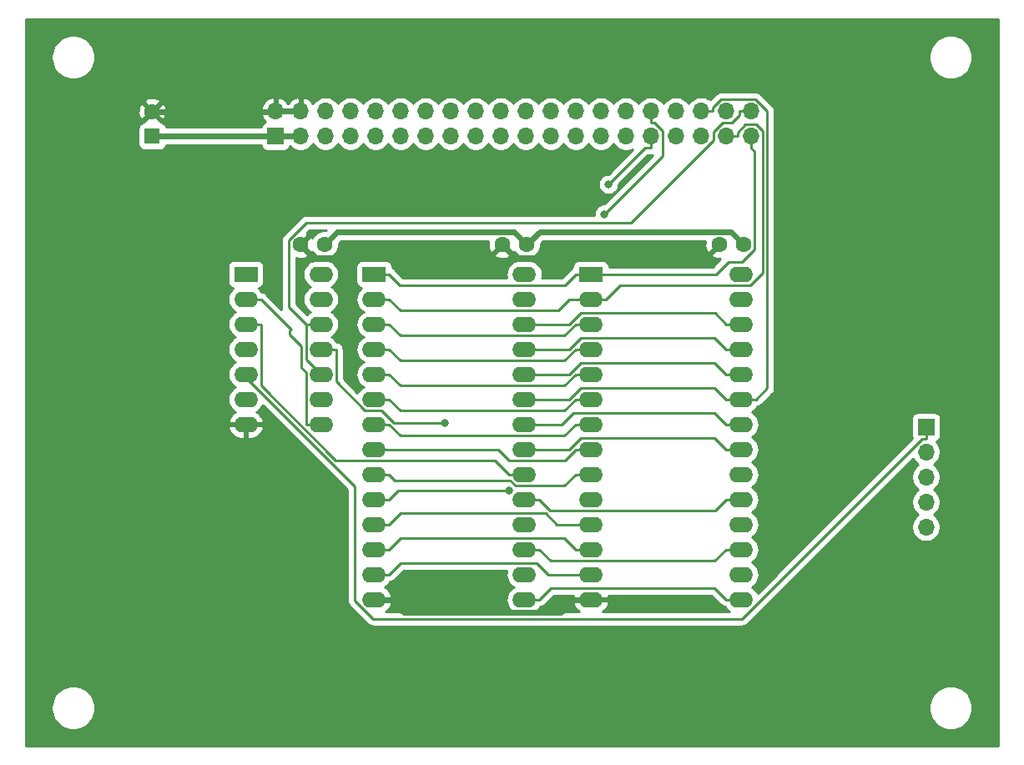
<source format=gtl>
G04 #@! TF.GenerationSoftware,KiCad,Pcbnew,(5.1.10-1-10_14)*
G04 #@! TF.CreationDate,2021-12-05T14:44:45+09:00*
G04 #@! TF.ProjectId,KZ80-MSXMEM,4b5a3830-2d4d-4535-984d-454d2e6b6963,rev?*
G04 #@! TF.SameCoordinates,PX8f0d180PY7735940*
G04 #@! TF.FileFunction,Copper,L1,Top*
G04 #@! TF.FilePolarity,Positive*
%FSLAX46Y46*%
G04 Gerber Fmt 4.6, Leading zero omitted, Abs format (unit mm)*
G04 Created by KiCad (PCBNEW (5.1.10-1-10_14)) date 2021-12-05 14:44:45*
%MOMM*%
%LPD*%
G01*
G04 APERTURE LIST*
G04 #@! TA.AperFunction,ComponentPad*
%ADD10O,2.400000X1.600000*%
G04 #@! TD*
G04 #@! TA.AperFunction,ComponentPad*
%ADD11R,2.400000X1.600000*%
G04 #@! TD*
G04 #@! TA.AperFunction,ComponentPad*
%ADD12O,1.700000X1.700000*%
G04 #@! TD*
G04 #@! TA.AperFunction,ComponentPad*
%ADD13R,1.700000X1.700000*%
G04 #@! TD*
G04 #@! TA.AperFunction,ComponentPad*
%ADD14C,1.600000*%
G04 #@! TD*
G04 #@! TA.AperFunction,ComponentPad*
%ADD15R,1.600000X1.600000*%
G04 #@! TD*
G04 #@! TA.AperFunction,ViaPad*
%ADD16C,0.800000*%
G04 #@! TD*
G04 #@! TA.AperFunction,Conductor*
%ADD17C,0.600000*%
G04 #@! TD*
G04 #@! TA.AperFunction,Conductor*
%ADD18C,0.250000*%
G04 #@! TD*
G04 #@! TA.AperFunction,Conductor*
%ADD19C,0.254000*%
G04 #@! TD*
G04 #@! TA.AperFunction,Conductor*
%ADD20C,0.100000*%
G04 #@! TD*
G04 APERTURE END LIST*
D10*
X51240000Y48500000D03*
X36000000Y15480000D03*
X51240000Y45960000D03*
X36000000Y18020000D03*
X51240000Y43420000D03*
X36000000Y20560000D03*
X51240000Y40880000D03*
X36000000Y23100000D03*
X51240000Y38340000D03*
X36000000Y25640000D03*
X51240000Y35800000D03*
X36000000Y28180000D03*
X51240000Y33260000D03*
X36000000Y30720000D03*
X51240000Y30720000D03*
X36000000Y33260000D03*
X51240000Y28180000D03*
X36000000Y35800000D03*
X51240000Y25640000D03*
X36000000Y38340000D03*
X51240000Y23100000D03*
X36000000Y40880000D03*
X51240000Y20560000D03*
X36000000Y43420000D03*
X51240000Y18020000D03*
X36000000Y45960000D03*
X51240000Y15480000D03*
D11*
X36000000Y48500000D03*
D10*
X73240000Y48500000D03*
X58000000Y15480000D03*
X73240000Y45960000D03*
X58000000Y18020000D03*
X73240000Y43420000D03*
X58000000Y20560000D03*
X73240000Y40880000D03*
X58000000Y23100000D03*
X73240000Y38340000D03*
X58000000Y25640000D03*
X73240000Y35800000D03*
X58000000Y28180000D03*
X73240000Y33260000D03*
X58000000Y30720000D03*
X73240000Y30720000D03*
X58000000Y33260000D03*
X73240000Y28180000D03*
X58000000Y35800000D03*
X73240000Y25640000D03*
X58000000Y38340000D03*
X73240000Y23100000D03*
X58000000Y40880000D03*
X73240000Y20560000D03*
X58000000Y43420000D03*
X73240000Y18020000D03*
X58000000Y45960000D03*
X73240000Y15480000D03*
D11*
X58000000Y48500000D03*
D10*
X30620000Y48500000D03*
X23000000Y33260000D03*
X30620000Y45960000D03*
X23000000Y35800000D03*
X30620000Y43420000D03*
X23000000Y38340000D03*
X30620000Y40880000D03*
X23000000Y40880000D03*
X30620000Y38340000D03*
X23000000Y43420000D03*
X30620000Y35800000D03*
X23000000Y45960000D03*
X30620000Y33260000D03*
D11*
X23000000Y48500000D03*
D12*
X92000000Y22840000D03*
X92000000Y25380000D03*
X92000000Y27920000D03*
X92000000Y30460000D03*
D13*
X92000000Y33000000D03*
D12*
X74260000Y65040000D03*
X74260000Y62500000D03*
X71720000Y65040000D03*
X71720000Y62500000D03*
X69180000Y65040000D03*
X69180000Y62500000D03*
X66640000Y65040000D03*
X66640000Y62500000D03*
X64100000Y65040000D03*
X64100000Y62500000D03*
X61560000Y65040000D03*
X61560000Y62500000D03*
X59020000Y65040000D03*
X59020000Y62500000D03*
X56480000Y65040000D03*
X56480000Y62500000D03*
X53940000Y65040000D03*
X53940000Y62500000D03*
X51400000Y65040000D03*
X51400000Y62500000D03*
X48860000Y65040000D03*
X48860000Y62500000D03*
X46320000Y65040000D03*
X46320000Y62500000D03*
X43780000Y65040000D03*
X43780000Y62500000D03*
X41240000Y65040000D03*
X41240000Y62500000D03*
X38700000Y65040000D03*
X38700000Y62500000D03*
X36160000Y65040000D03*
X36160000Y62500000D03*
X33620000Y65040000D03*
X33620000Y62500000D03*
X31080000Y65040000D03*
X31080000Y62500000D03*
X28540000Y65040000D03*
X28540000Y62500000D03*
X26000000Y65040000D03*
D13*
X26000000Y62500000D03*
D14*
X51500000Y51500000D03*
X49000000Y51500000D03*
X73500000Y51500000D03*
X71000000Y51500000D03*
X13500000Y65000000D03*
D15*
X13500000Y62500000D03*
D14*
X31000000Y51500000D03*
X28500000Y51500000D03*
D16*
X59360600Y54594100D03*
X59791400Y57633300D03*
X49744700Y26562100D03*
X43191000Y33376700D03*
D17*
X31000000Y51500000D02*
X32300400Y52800400D01*
X32300400Y52800400D02*
X50199600Y52800400D01*
X50199600Y52800400D02*
X51500000Y51500000D01*
X73500000Y51500000D02*
X72199600Y52800400D01*
X72199600Y52800400D02*
X52800400Y52800400D01*
X52800400Y52800400D02*
X51500000Y51500000D01*
X28540000Y62500000D02*
X26000000Y62500000D01*
X26000000Y62500000D02*
X13500000Y62500000D01*
X28500000Y51500000D02*
X29800400Y50199600D01*
X29800400Y50199600D02*
X47699600Y50199600D01*
X47699600Y50199600D02*
X49000000Y51500000D01*
X36000000Y15480000D02*
X37700300Y15480000D01*
X58000000Y15480000D02*
X56299700Y15480000D01*
X56299700Y15480000D02*
X54989600Y14169900D01*
X54989600Y14169900D02*
X39010400Y14169900D01*
X39010400Y14169900D02*
X37700300Y15480000D01*
X71000000Y51500000D02*
X69675300Y50175300D01*
X69675300Y50175300D02*
X50324700Y50175300D01*
X50324700Y50175300D02*
X49000000Y51500000D01*
X28540000Y65040000D02*
X26000000Y65040000D01*
X13500000Y65000000D02*
X25960000Y65000000D01*
X25960000Y65000000D02*
X26000000Y65040000D01*
D18*
X29094700Y43420000D02*
X27336000Y45178700D01*
X27336000Y45178700D02*
X27336000Y51948400D01*
X27336000Y51948400D02*
X29140100Y53752500D01*
X29140100Y53752500D02*
X62094700Y53752500D01*
X62094700Y53752500D02*
X70450000Y62107800D01*
X70450000Y62107800D02*
X70450000Y62931000D01*
X70450000Y62931000D02*
X71383700Y63864700D01*
X71383700Y63864700D02*
X72276800Y63864700D01*
X72276800Y63864700D02*
X73084700Y64672600D01*
X73084700Y64672600D02*
X73084700Y65040000D01*
X29094700Y43420000D02*
X29094700Y39865300D01*
X29094700Y39865300D02*
X30620000Y38340000D01*
X30620000Y43420000D02*
X29094700Y43420000D01*
X74260000Y65040000D02*
X73084700Y65040000D01*
X36000000Y48500000D02*
X37525300Y48500000D01*
X58000000Y48500000D02*
X56474700Y48500000D01*
X56474700Y48500000D02*
X55349400Y47374700D01*
X55349400Y47374700D02*
X38650600Y47374700D01*
X38650600Y47374700D02*
X37525300Y48500000D01*
X74260000Y61324700D02*
X74632800Y60951900D01*
X74632800Y60951900D02*
X74632800Y51038200D01*
X74632800Y51038200D02*
X73369800Y49775200D01*
X73369800Y49775200D02*
X71939900Y49775200D01*
X71939900Y49775200D02*
X70664700Y48500000D01*
X70664700Y48500000D02*
X58000000Y48500000D01*
X74260000Y62500000D02*
X74260000Y61324700D01*
X73240000Y43420000D02*
X71714700Y43420000D01*
X71714700Y43420000D02*
X70587000Y44547700D01*
X70587000Y44547700D02*
X56965500Y44547700D01*
X56965500Y44547700D02*
X55837800Y43420000D01*
X55837800Y43420000D02*
X51240000Y43420000D01*
X58000000Y45960000D02*
X59525300Y45960000D01*
X71720000Y62500000D02*
X72895300Y62500000D01*
X72895300Y62500000D02*
X72895300Y62867300D01*
X72895300Y62867300D02*
X73704500Y63676500D01*
X73704500Y63676500D02*
X74780600Y63676500D01*
X74780600Y63676500D02*
X75442000Y63015100D01*
X75442000Y63015100D02*
X75442000Y48674900D01*
X75442000Y48674900D02*
X74141700Y47374600D01*
X74141700Y47374600D02*
X60939900Y47374600D01*
X60939900Y47374600D02*
X59525300Y45960000D01*
X36000000Y45960000D02*
X37525300Y45960000D01*
X58000000Y45960000D02*
X55837800Y45960000D01*
X55837800Y45960000D02*
X54703700Y44825900D01*
X54703700Y44825900D02*
X38659400Y44825900D01*
X38659400Y44825900D02*
X37525300Y45960000D01*
X73240000Y35800000D02*
X74765300Y35800000D01*
X69180000Y65040000D02*
X70355300Y65040000D01*
X70355300Y65040000D02*
X70355300Y65407300D01*
X70355300Y65407300D02*
X71190300Y66242300D01*
X71190300Y66242300D02*
X74724000Y66242300D01*
X74724000Y66242300D02*
X75897800Y65068500D01*
X75897800Y65068500D02*
X75897800Y36932500D01*
X75897800Y36932500D02*
X74765300Y35800000D01*
X73240000Y35800000D02*
X71714700Y35800000D01*
X71714700Y35800000D02*
X70537200Y36977500D01*
X70537200Y36977500D02*
X57015300Y36977500D01*
X57015300Y36977500D02*
X55837800Y35800000D01*
X55837800Y35800000D02*
X51240000Y35800000D01*
X73240000Y30720000D02*
X71714700Y30720000D01*
X71714700Y30720000D02*
X70541200Y31893500D01*
X70541200Y31893500D02*
X57011300Y31893500D01*
X57011300Y31893500D02*
X55837800Y30720000D01*
X55837800Y30720000D02*
X51240000Y30720000D01*
X73240000Y38340000D02*
X71714700Y38340000D01*
X71714700Y38340000D02*
X70541200Y39513500D01*
X70541200Y39513500D02*
X57011300Y39513500D01*
X57011300Y39513500D02*
X55837800Y38340000D01*
X55837800Y38340000D02*
X51240000Y38340000D01*
X73240000Y40880000D02*
X71714700Y40880000D01*
X71714700Y40880000D02*
X70541200Y42053500D01*
X70541200Y42053500D02*
X57011300Y42053500D01*
X57011300Y42053500D02*
X55837800Y40880000D01*
X55837800Y40880000D02*
X51240000Y40880000D01*
X64100000Y65040000D02*
X64100000Y63864700D01*
X64100000Y63864700D02*
X64467300Y63864700D01*
X64467300Y63864700D02*
X65285700Y63046300D01*
X65285700Y63046300D02*
X65285700Y60519200D01*
X65285700Y60519200D02*
X59360600Y54594100D01*
X36000000Y43420000D02*
X37525300Y43420000D01*
X58000000Y43420000D02*
X56474700Y43420000D01*
X56474700Y43420000D02*
X55317400Y42262700D01*
X55317400Y42262700D02*
X38682600Y42262700D01*
X38682600Y42262700D02*
X37525300Y43420000D01*
X64100000Y61324700D02*
X63482800Y61324700D01*
X63482800Y61324700D02*
X59791400Y57633300D01*
X64100000Y62500000D02*
X64100000Y61324700D01*
X36000000Y40880000D02*
X37525300Y40880000D01*
X58000000Y40880000D02*
X56474700Y40880000D01*
X56474700Y40880000D02*
X55317400Y39722700D01*
X55317400Y39722700D02*
X38682600Y39722700D01*
X38682600Y39722700D02*
X37525300Y40880000D01*
X36000000Y38340000D02*
X37525300Y38340000D01*
X58000000Y38340000D02*
X56474700Y38340000D01*
X56474700Y38340000D02*
X55325400Y37190700D01*
X55325400Y37190700D02*
X38674600Y37190700D01*
X38674600Y37190700D02*
X37525300Y38340000D01*
X36000000Y35800000D02*
X37525300Y35800000D01*
X58000000Y35800000D02*
X56474700Y35800000D01*
X56474700Y35800000D02*
X55325400Y34650700D01*
X55325400Y34650700D02*
X38674600Y34650700D01*
X38674600Y34650700D02*
X37525300Y35800000D01*
X36000000Y33260000D02*
X37525300Y33260000D01*
X58000000Y33260000D02*
X56474700Y33260000D01*
X56474700Y33260000D02*
X55317400Y32102700D01*
X55317400Y32102700D02*
X38682600Y32102700D01*
X38682600Y32102700D02*
X37525300Y33260000D01*
X58000000Y30720000D02*
X56474700Y30720000D01*
X56474700Y30720000D02*
X55340400Y29585700D01*
X55340400Y29585700D02*
X49745800Y29585700D01*
X49745800Y29585700D02*
X48611500Y30720000D01*
X48611500Y30720000D02*
X36000000Y30720000D01*
X56474700Y28180000D02*
X55300600Y27005900D01*
X55300600Y27005900D02*
X50353900Y27005900D01*
X50353900Y27005900D02*
X49800700Y27559100D01*
X49800700Y27559100D02*
X38146200Y27559100D01*
X38146200Y27559100D02*
X37525300Y28180000D01*
X36000000Y28180000D02*
X37525300Y28180000D01*
X58000000Y28180000D02*
X56474700Y28180000D01*
X36000000Y25640000D02*
X37525300Y25640000D01*
X49744700Y26562100D02*
X38447400Y26562100D01*
X38447400Y26562100D02*
X37525300Y25640000D01*
X73240000Y33260000D02*
X71714700Y33260000D01*
X51240000Y33260000D02*
X55064700Y33260000D01*
X55064700Y33260000D02*
X56214000Y34409300D01*
X56214000Y34409300D02*
X70565400Y34409300D01*
X70565400Y34409300D02*
X71714700Y33260000D01*
X73240000Y25640000D02*
X71714700Y25640000D01*
X51240000Y25640000D02*
X52765300Y25640000D01*
X52765300Y25640000D02*
X53895600Y24509700D01*
X53895600Y24509700D02*
X70584400Y24509700D01*
X70584400Y24509700D02*
X71714700Y25640000D01*
X73240000Y20560000D02*
X71714700Y20560000D01*
X51240000Y20560000D02*
X52765300Y20560000D01*
X52765300Y20560000D02*
X53930800Y19394500D01*
X53930800Y19394500D02*
X70549200Y19394500D01*
X70549200Y19394500D02*
X71714700Y20560000D01*
X51240000Y15480000D02*
X52765300Y15480000D01*
X73240000Y15480000D02*
X71714700Y15480000D01*
X71714700Y15480000D02*
X70524200Y16670500D01*
X70524200Y16670500D02*
X53955800Y16670500D01*
X53955800Y16670500D02*
X52765300Y15480000D01*
X36000000Y18020000D02*
X37525300Y18020000D01*
X37525300Y18020000D02*
X38708800Y19203500D01*
X38708800Y19203500D02*
X52506000Y19203500D01*
X52506000Y19203500D02*
X53689500Y18020000D01*
X53689500Y18020000D02*
X58000000Y18020000D01*
X58000000Y20560000D02*
X56474700Y20560000D01*
X36000000Y20560000D02*
X37525300Y20560000D01*
X37525300Y20560000D02*
X38674600Y21709300D01*
X38674600Y21709300D02*
X55325400Y21709300D01*
X55325400Y21709300D02*
X56474700Y20560000D01*
X36000000Y23100000D02*
X37525300Y23100000D01*
X37525300Y23100000D02*
X38659400Y24234100D01*
X38659400Y24234100D02*
X53437500Y24234100D01*
X53437500Y24234100D02*
X54571600Y23100000D01*
X54571600Y23100000D02*
X58000000Y23100000D01*
X92000000Y33000000D02*
X92000000Y31824700D01*
X92000000Y31824700D02*
X91647000Y31824700D01*
X91647000Y31824700D02*
X73357800Y13535500D01*
X73357800Y13535500D02*
X35889300Y13535500D01*
X35889300Y13535500D02*
X34063700Y15361100D01*
X34063700Y15361100D02*
X34063700Y26936600D01*
X34063700Y26936600D02*
X23000000Y38000300D01*
X23000000Y38000300D02*
X23000000Y38340000D01*
X30620000Y40880000D02*
X32145300Y40880000D01*
X32145300Y40880000D02*
X32145300Y37589800D01*
X32145300Y37589800D02*
X35060500Y34674600D01*
X35060500Y34674600D02*
X36747600Y34674600D01*
X36747600Y34674600D02*
X38045500Y33376700D01*
X38045500Y33376700D02*
X43191000Y33376700D01*
X24525300Y43420000D02*
X24525300Y37190500D01*
X24525300Y37190500D02*
X32121200Y29594600D01*
X32121200Y29594600D02*
X48300100Y29594600D01*
X48300100Y29594600D02*
X49714700Y28180000D01*
X51240000Y28180000D02*
X49714700Y28180000D01*
X23000000Y43420000D02*
X24525300Y43420000D01*
X24525300Y45960000D02*
X27597100Y42888200D01*
X27597100Y42888200D02*
X27465300Y42756400D01*
X27465300Y42756400D02*
X27465300Y42383200D01*
X27465300Y42383200D02*
X28644400Y41204100D01*
X28644400Y41204100D02*
X28644400Y38995800D01*
X28644400Y38995800D02*
X29094700Y38545500D01*
X29094700Y38545500D02*
X29094700Y33260000D01*
X23000000Y45960000D02*
X24525300Y45960000D01*
X30620000Y33260000D02*
X29094700Y33260000D01*
D19*
X99340001Y660000D02*
X660000Y660000D01*
X660000Y4720128D01*
X3265000Y4720128D01*
X3265000Y4279872D01*
X3350890Y3848075D01*
X3519369Y3441331D01*
X3763962Y3075271D01*
X4075271Y2763962D01*
X4441331Y2519369D01*
X4848075Y2350890D01*
X5279872Y2265000D01*
X5720128Y2265000D01*
X6151925Y2350890D01*
X6558669Y2519369D01*
X6924729Y2763962D01*
X7236038Y3075271D01*
X7480631Y3441331D01*
X7649110Y3848075D01*
X7735000Y4279872D01*
X7735000Y4720128D01*
X92265000Y4720128D01*
X92265000Y4279872D01*
X92350890Y3848075D01*
X92519369Y3441331D01*
X92763962Y3075271D01*
X93075271Y2763962D01*
X93441331Y2519369D01*
X93848075Y2350890D01*
X94279872Y2265000D01*
X94720128Y2265000D01*
X95151925Y2350890D01*
X95558669Y2519369D01*
X95924729Y2763962D01*
X96236038Y3075271D01*
X96480631Y3441331D01*
X96649110Y3848075D01*
X96735000Y4279872D01*
X96735000Y4720128D01*
X96649110Y5151925D01*
X96480631Y5558669D01*
X96236038Y5924729D01*
X95924729Y6236038D01*
X95558669Y6480631D01*
X95151925Y6649110D01*
X94720128Y6735000D01*
X94279872Y6735000D01*
X93848075Y6649110D01*
X93441331Y6480631D01*
X93075271Y6236038D01*
X92763962Y5924729D01*
X92519369Y5558669D01*
X92350890Y5151925D01*
X92265000Y4720128D01*
X7735000Y4720128D01*
X7649110Y5151925D01*
X7480631Y5558669D01*
X7236038Y5924729D01*
X6924729Y6236038D01*
X6558669Y6480631D01*
X6151925Y6649110D01*
X5720128Y6735000D01*
X5279872Y6735000D01*
X4848075Y6649110D01*
X4441331Y6480631D01*
X4075271Y6236038D01*
X3763962Y5924729D01*
X3519369Y5558669D01*
X3350890Y5151925D01*
X3265000Y4720128D01*
X660000Y4720128D01*
X660000Y32910961D01*
X21208096Y32910961D01*
X21225633Y32828182D01*
X21336285Y32568354D01*
X21495500Y32335105D01*
X21697161Y32137399D01*
X21933517Y31982834D01*
X22195486Y31877350D01*
X22473000Y31825000D01*
X22873000Y31825000D01*
X22873000Y33133000D01*
X23127000Y33133000D01*
X23127000Y31825000D01*
X23527000Y31825000D01*
X23804514Y31877350D01*
X24066483Y31982834D01*
X24302839Y32137399D01*
X24504500Y32335105D01*
X24663715Y32568354D01*
X24774367Y32828182D01*
X24791904Y32910961D01*
X24669915Y33133000D01*
X23127000Y33133000D01*
X22873000Y33133000D01*
X21330085Y33133000D01*
X21208096Y32910961D01*
X660000Y32910961D01*
X660000Y63300000D01*
X12061928Y63300000D01*
X12061928Y61700000D01*
X12074188Y61575518D01*
X12110498Y61455820D01*
X12169463Y61345506D01*
X12248815Y61248815D01*
X12345506Y61169463D01*
X12455820Y61110498D01*
X12575518Y61074188D01*
X12700000Y61061928D01*
X14300000Y61061928D01*
X14424482Y61074188D01*
X14544180Y61110498D01*
X14654494Y61169463D01*
X14751185Y61248815D01*
X14830537Y61345506D01*
X14889502Y61455820D01*
X14922621Y61565000D01*
X24520299Y61565000D01*
X24524188Y61525518D01*
X24560498Y61405820D01*
X24619463Y61295506D01*
X24698815Y61198815D01*
X24795506Y61119463D01*
X24905820Y61060498D01*
X25025518Y61024188D01*
X25150000Y61011928D01*
X26850000Y61011928D01*
X26974482Y61024188D01*
X27094180Y61060498D01*
X27204494Y61119463D01*
X27301185Y61198815D01*
X27380537Y61295506D01*
X27439502Y61405820D01*
X27461513Y61478380D01*
X27593368Y61346525D01*
X27836589Y61184010D01*
X28106842Y61072068D01*
X28393740Y61015000D01*
X28686260Y61015000D01*
X28973158Y61072068D01*
X29243411Y61184010D01*
X29486632Y61346525D01*
X29693475Y61553368D01*
X29810000Y61727760D01*
X29926525Y61553368D01*
X30133368Y61346525D01*
X30376589Y61184010D01*
X30646842Y61072068D01*
X30933740Y61015000D01*
X31226260Y61015000D01*
X31513158Y61072068D01*
X31783411Y61184010D01*
X32026632Y61346525D01*
X32233475Y61553368D01*
X32350000Y61727760D01*
X32466525Y61553368D01*
X32673368Y61346525D01*
X32916589Y61184010D01*
X33186842Y61072068D01*
X33473740Y61015000D01*
X33766260Y61015000D01*
X34053158Y61072068D01*
X34323411Y61184010D01*
X34566632Y61346525D01*
X34773475Y61553368D01*
X34890000Y61727760D01*
X35006525Y61553368D01*
X35213368Y61346525D01*
X35456589Y61184010D01*
X35726842Y61072068D01*
X36013740Y61015000D01*
X36306260Y61015000D01*
X36593158Y61072068D01*
X36863411Y61184010D01*
X37106632Y61346525D01*
X37313475Y61553368D01*
X37430000Y61727760D01*
X37546525Y61553368D01*
X37753368Y61346525D01*
X37996589Y61184010D01*
X38266842Y61072068D01*
X38553740Y61015000D01*
X38846260Y61015000D01*
X39133158Y61072068D01*
X39403411Y61184010D01*
X39646632Y61346525D01*
X39853475Y61553368D01*
X39970000Y61727760D01*
X40086525Y61553368D01*
X40293368Y61346525D01*
X40536589Y61184010D01*
X40806842Y61072068D01*
X41093740Y61015000D01*
X41386260Y61015000D01*
X41673158Y61072068D01*
X41943411Y61184010D01*
X42186632Y61346525D01*
X42393475Y61553368D01*
X42510000Y61727760D01*
X42626525Y61553368D01*
X42833368Y61346525D01*
X43076589Y61184010D01*
X43346842Y61072068D01*
X43633740Y61015000D01*
X43926260Y61015000D01*
X44213158Y61072068D01*
X44483411Y61184010D01*
X44726632Y61346525D01*
X44933475Y61553368D01*
X45050000Y61727760D01*
X45166525Y61553368D01*
X45373368Y61346525D01*
X45616589Y61184010D01*
X45886842Y61072068D01*
X46173740Y61015000D01*
X46466260Y61015000D01*
X46753158Y61072068D01*
X47023411Y61184010D01*
X47266632Y61346525D01*
X47473475Y61553368D01*
X47590000Y61727760D01*
X47706525Y61553368D01*
X47913368Y61346525D01*
X48156589Y61184010D01*
X48426842Y61072068D01*
X48713740Y61015000D01*
X49006260Y61015000D01*
X49293158Y61072068D01*
X49563411Y61184010D01*
X49806632Y61346525D01*
X50013475Y61553368D01*
X50130000Y61727760D01*
X50246525Y61553368D01*
X50453368Y61346525D01*
X50696589Y61184010D01*
X50966842Y61072068D01*
X51253740Y61015000D01*
X51546260Y61015000D01*
X51833158Y61072068D01*
X52103411Y61184010D01*
X52346632Y61346525D01*
X52553475Y61553368D01*
X52670000Y61727760D01*
X52786525Y61553368D01*
X52993368Y61346525D01*
X53236589Y61184010D01*
X53506842Y61072068D01*
X53793740Y61015000D01*
X54086260Y61015000D01*
X54373158Y61072068D01*
X54643411Y61184010D01*
X54886632Y61346525D01*
X55093475Y61553368D01*
X55210000Y61727760D01*
X55326525Y61553368D01*
X55533368Y61346525D01*
X55776589Y61184010D01*
X56046842Y61072068D01*
X56333740Y61015000D01*
X56626260Y61015000D01*
X56913158Y61072068D01*
X57183411Y61184010D01*
X57426632Y61346525D01*
X57633475Y61553368D01*
X57750000Y61727760D01*
X57866525Y61553368D01*
X58073368Y61346525D01*
X58316589Y61184010D01*
X58586842Y61072068D01*
X58873740Y61015000D01*
X59166260Y61015000D01*
X59453158Y61072068D01*
X59723411Y61184010D01*
X59966632Y61346525D01*
X60173475Y61553368D01*
X60290000Y61727760D01*
X60406525Y61553368D01*
X60613368Y61346525D01*
X60856589Y61184010D01*
X61126842Y61072068D01*
X61413740Y61015000D01*
X61706260Y61015000D01*
X61993158Y61072068D01*
X62263411Y61184010D01*
X62275156Y61191858D01*
X59751599Y58668300D01*
X59689461Y58668300D01*
X59489502Y58628526D01*
X59301144Y58550505D01*
X59131626Y58437237D01*
X58987463Y58293074D01*
X58874195Y58123556D01*
X58796174Y57935198D01*
X58756400Y57735239D01*
X58756400Y57531361D01*
X58796174Y57331402D01*
X58874195Y57143044D01*
X58987463Y56973526D01*
X59131626Y56829363D01*
X59301144Y56716095D01*
X59489502Y56638074D01*
X59689461Y56598300D01*
X59893339Y56598300D01*
X60093298Y56638074D01*
X60281656Y56716095D01*
X60451174Y56829363D01*
X60595337Y56973526D01*
X60708605Y57143044D01*
X60786626Y57331402D01*
X60826400Y57531361D01*
X60826400Y57593499D01*
X63797602Y60564700D01*
X64062667Y60564700D01*
X64100000Y60561023D01*
X64248986Y60575697D01*
X64275411Y60583713D01*
X59320799Y55629100D01*
X59258661Y55629100D01*
X59058702Y55589326D01*
X58870344Y55511305D01*
X58700826Y55398037D01*
X58556663Y55253874D01*
X58443395Y55084356D01*
X58365374Y54895998D01*
X58325600Y54696039D01*
X58325600Y54512500D01*
X29177425Y54512500D01*
X29140100Y54516176D01*
X29102775Y54512500D01*
X29102767Y54512500D01*
X28991114Y54501503D01*
X28847853Y54458046D01*
X28715824Y54387474D01*
X28600099Y54292501D01*
X28576301Y54263503D01*
X26824998Y52512199D01*
X26796000Y52488401D01*
X26772202Y52459403D01*
X26772201Y52459402D01*
X26701026Y52372676D01*
X26630454Y52240646D01*
X26586998Y52097385D01*
X26572324Y51948400D01*
X26576001Y51911068D01*
X26576000Y45216023D01*
X26572324Y45178700D01*
X26576000Y45141378D01*
X26576000Y45141368D01*
X26586997Y45029715D01*
X26611647Y44948455D01*
X25089104Y46470997D01*
X25065301Y46500001D01*
X24949576Y46594974D01*
X24817547Y46665546D01*
X24674286Y46709003D01*
X24624139Y46713942D01*
X24598932Y46761101D01*
X24419608Y46979608D01*
X24306518Y47072419D01*
X24324482Y47074188D01*
X24444180Y47110498D01*
X24554494Y47169463D01*
X24651185Y47248815D01*
X24730537Y47345506D01*
X24789502Y47455820D01*
X24825812Y47575518D01*
X24838072Y47700000D01*
X24838072Y49300000D01*
X24825812Y49424482D01*
X24789502Y49544180D01*
X24730537Y49654494D01*
X24651185Y49751185D01*
X24554494Y49830537D01*
X24444180Y49889502D01*
X24324482Y49925812D01*
X24200000Y49938072D01*
X21800000Y49938072D01*
X21675518Y49925812D01*
X21555820Y49889502D01*
X21445506Y49830537D01*
X21348815Y49751185D01*
X21269463Y49654494D01*
X21210498Y49544180D01*
X21174188Y49424482D01*
X21161928Y49300000D01*
X21161928Y47700000D01*
X21174188Y47575518D01*
X21210498Y47455820D01*
X21269463Y47345506D01*
X21348815Y47248815D01*
X21445506Y47169463D01*
X21555820Y47110498D01*
X21675518Y47074188D01*
X21693482Y47072419D01*
X21580392Y46979608D01*
X21401068Y46761101D01*
X21267818Y46511808D01*
X21185764Y46241309D01*
X21158057Y45960000D01*
X21185764Y45678691D01*
X21267818Y45408192D01*
X21401068Y45158899D01*
X21580392Y44940392D01*
X21798899Y44761068D01*
X21931858Y44690000D01*
X21798899Y44618932D01*
X21580392Y44439608D01*
X21401068Y44221101D01*
X21267818Y43971808D01*
X21185764Y43701309D01*
X21158057Y43420000D01*
X21185764Y43138691D01*
X21267818Y42868192D01*
X21401068Y42618899D01*
X21580392Y42400392D01*
X21798899Y42221068D01*
X21931858Y42150000D01*
X21798899Y42078932D01*
X21580392Y41899608D01*
X21401068Y41681101D01*
X21267818Y41431808D01*
X21185764Y41161309D01*
X21158057Y40880000D01*
X21185764Y40598691D01*
X21267818Y40328192D01*
X21401068Y40078899D01*
X21580392Y39860392D01*
X21798899Y39681068D01*
X21931858Y39610000D01*
X21798899Y39538932D01*
X21580392Y39359608D01*
X21401068Y39141101D01*
X21267818Y38891808D01*
X21185764Y38621309D01*
X21158057Y38340000D01*
X21185764Y38058691D01*
X21267818Y37788192D01*
X21401068Y37538899D01*
X21580392Y37320392D01*
X21798899Y37141068D01*
X21931858Y37070000D01*
X21798899Y36998932D01*
X21580392Y36819608D01*
X21401068Y36601101D01*
X21267818Y36351808D01*
X21185764Y36081309D01*
X21158057Y35800000D01*
X21185764Y35518691D01*
X21267818Y35248192D01*
X21401068Y34998899D01*
X21580392Y34780392D01*
X21798899Y34601068D01*
X21926741Y34532735D01*
X21697161Y34382601D01*
X21495500Y34184895D01*
X21336285Y33951646D01*
X21225633Y33691818D01*
X21208096Y33609039D01*
X21330085Y33387000D01*
X22873000Y33387000D01*
X22873000Y33407000D01*
X23127000Y33407000D01*
X23127000Y33387000D01*
X24669915Y33387000D01*
X24791904Y33609039D01*
X24774367Y33691818D01*
X24663715Y33951646D01*
X24504500Y34184895D01*
X24302839Y34382601D01*
X24073259Y34532735D01*
X24201101Y34601068D01*
X24419608Y34780392D01*
X24598932Y34998899D01*
X24713067Y35212431D01*
X33303701Y26621797D01*
X33303700Y15398422D01*
X33300024Y15361100D01*
X33303700Y15323778D01*
X33303700Y15323768D01*
X33314697Y15212115D01*
X33358154Y15068854D01*
X33428726Y14936824D01*
X33468571Y14888274D01*
X33523699Y14821099D01*
X33552703Y14797296D01*
X35325501Y13024497D01*
X35349299Y12995499D01*
X35465024Y12900526D01*
X35597053Y12829954D01*
X35740314Y12786497D01*
X35851967Y12775500D01*
X35851976Y12775500D01*
X35889299Y12771824D01*
X35926622Y12775500D01*
X73320478Y12775500D01*
X73357800Y12771824D01*
X73395122Y12775500D01*
X73395133Y12775500D01*
X73506786Y12786497D01*
X73650047Y12829954D01*
X73782076Y12900526D01*
X73897801Y12995499D01*
X73921604Y13024503D01*
X90675130Y29778028D01*
X90684010Y29756589D01*
X90846525Y29513368D01*
X91053368Y29306525D01*
X91227760Y29190000D01*
X91053368Y29073475D01*
X90846525Y28866632D01*
X90684010Y28623411D01*
X90572068Y28353158D01*
X90515000Y28066260D01*
X90515000Y27773740D01*
X90572068Y27486842D01*
X90684010Y27216589D01*
X90846525Y26973368D01*
X91053368Y26766525D01*
X91227760Y26650000D01*
X91053368Y26533475D01*
X90846525Y26326632D01*
X90684010Y26083411D01*
X90572068Y25813158D01*
X90515000Y25526260D01*
X90515000Y25233740D01*
X90572068Y24946842D01*
X90684010Y24676589D01*
X90846525Y24433368D01*
X91053368Y24226525D01*
X91227760Y24110000D01*
X91053368Y23993475D01*
X90846525Y23786632D01*
X90684010Y23543411D01*
X90572068Y23273158D01*
X90515000Y22986260D01*
X90515000Y22693740D01*
X90572068Y22406842D01*
X90684010Y22136589D01*
X90846525Y21893368D01*
X91053368Y21686525D01*
X91296589Y21524010D01*
X91566842Y21412068D01*
X91853740Y21355000D01*
X92146260Y21355000D01*
X92433158Y21412068D01*
X92703411Y21524010D01*
X92946632Y21686525D01*
X93153475Y21893368D01*
X93315990Y22136589D01*
X93427932Y22406842D01*
X93485000Y22693740D01*
X93485000Y22986260D01*
X93427932Y23273158D01*
X93315990Y23543411D01*
X93153475Y23786632D01*
X92946632Y23993475D01*
X92772240Y24110000D01*
X92946632Y24226525D01*
X93153475Y24433368D01*
X93315990Y24676589D01*
X93427932Y24946842D01*
X93485000Y25233740D01*
X93485000Y25526260D01*
X93427932Y25813158D01*
X93315990Y26083411D01*
X93153475Y26326632D01*
X92946632Y26533475D01*
X92772240Y26650000D01*
X92946632Y26766525D01*
X93153475Y26973368D01*
X93315990Y27216589D01*
X93427932Y27486842D01*
X93485000Y27773740D01*
X93485000Y28066260D01*
X93427932Y28353158D01*
X93315990Y28623411D01*
X93153475Y28866632D01*
X92946632Y29073475D01*
X92772240Y29190000D01*
X92946632Y29306525D01*
X93153475Y29513368D01*
X93315990Y29756589D01*
X93427932Y30026842D01*
X93485000Y30313740D01*
X93485000Y30606260D01*
X93427932Y30893158D01*
X93315990Y31163411D01*
X93153475Y31406632D01*
X93021620Y31538487D01*
X93094180Y31560498D01*
X93204494Y31619463D01*
X93301185Y31698815D01*
X93380537Y31795506D01*
X93439502Y31905820D01*
X93475812Y32025518D01*
X93488072Y32150000D01*
X93488072Y33850000D01*
X93475812Y33974482D01*
X93439502Y34094180D01*
X93380537Y34204494D01*
X93301185Y34301185D01*
X93204494Y34380537D01*
X93094180Y34439502D01*
X92974482Y34475812D01*
X92850000Y34488072D01*
X91150000Y34488072D01*
X91025518Y34475812D01*
X90905820Y34439502D01*
X90795506Y34380537D01*
X90698815Y34301185D01*
X90619463Y34204494D01*
X90560498Y34094180D01*
X90524188Y33974482D01*
X90511928Y33850000D01*
X90511928Y32150000D01*
X90524188Y32025518D01*
X90560498Y31905820D01*
X90592830Y31845332D01*
X74904998Y16157500D01*
X74838932Y16281101D01*
X74659608Y16499608D01*
X74441101Y16678932D01*
X74308142Y16750000D01*
X74441101Y16821068D01*
X74659608Y17000392D01*
X74838932Y17218899D01*
X74972182Y17468192D01*
X75054236Y17738691D01*
X75081943Y18020000D01*
X75054236Y18301309D01*
X74972182Y18571808D01*
X74838932Y18821101D01*
X74659608Y19039608D01*
X74441101Y19218932D01*
X74308142Y19290000D01*
X74441101Y19361068D01*
X74659608Y19540392D01*
X74838932Y19758899D01*
X74972182Y20008192D01*
X75054236Y20278691D01*
X75081943Y20560000D01*
X75054236Y20841309D01*
X74972182Y21111808D01*
X74838932Y21361101D01*
X74659608Y21579608D01*
X74441101Y21758932D01*
X74308142Y21830000D01*
X74441101Y21901068D01*
X74659608Y22080392D01*
X74838932Y22298899D01*
X74972182Y22548192D01*
X75054236Y22818691D01*
X75081943Y23100000D01*
X75054236Y23381309D01*
X74972182Y23651808D01*
X74838932Y23901101D01*
X74659608Y24119608D01*
X74441101Y24298932D01*
X74308142Y24370000D01*
X74441101Y24441068D01*
X74659608Y24620392D01*
X74838932Y24838899D01*
X74972182Y25088192D01*
X75054236Y25358691D01*
X75081943Y25640000D01*
X75054236Y25921309D01*
X74972182Y26191808D01*
X74838932Y26441101D01*
X74659608Y26659608D01*
X74441101Y26838932D01*
X74308142Y26910000D01*
X74441101Y26981068D01*
X74659608Y27160392D01*
X74838932Y27378899D01*
X74972182Y27628192D01*
X75054236Y27898691D01*
X75081943Y28180000D01*
X75054236Y28461309D01*
X74972182Y28731808D01*
X74838932Y28981101D01*
X74659608Y29199608D01*
X74441101Y29378932D01*
X74308142Y29450000D01*
X74441101Y29521068D01*
X74659608Y29700392D01*
X74838932Y29918899D01*
X74972182Y30168192D01*
X75054236Y30438691D01*
X75081943Y30720000D01*
X75054236Y31001309D01*
X74972182Y31271808D01*
X74838932Y31521101D01*
X74659608Y31739608D01*
X74441101Y31918932D01*
X74308142Y31990000D01*
X74441101Y32061068D01*
X74659608Y32240392D01*
X74838932Y32458899D01*
X74972182Y32708192D01*
X75054236Y32978691D01*
X75081943Y33260000D01*
X75054236Y33541309D01*
X74972182Y33811808D01*
X74838932Y34061101D01*
X74659608Y34279608D01*
X74441101Y34458932D01*
X74308142Y34530000D01*
X74441101Y34601068D01*
X74659608Y34780392D01*
X74838932Y34998899D01*
X74864139Y35046058D01*
X74914286Y35050997D01*
X75057547Y35094454D01*
X75189576Y35165026D01*
X75305301Y35259999D01*
X75329104Y35289002D01*
X76408803Y36368701D01*
X76437801Y36392499D01*
X76532774Y36508224D01*
X76603346Y36640253D01*
X76646803Y36783514D01*
X76657800Y36895167D01*
X76657800Y36895177D01*
X76661476Y36932500D01*
X76657800Y36969823D01*
X76657800Y65031177D01*
X76661476Y65068500D01*
X76657800Y65105823D01*
X76657800Y65105833D01*
X76646803Y65217486D01*
X76603346Y65360747D01*
X76570818Y65421602D01*
X76532774Y65492777D01*
X76461599Y65579503D01*
X76437801Y65608501D01*
X76408804Y65632298D01*
X75287804Y66753297D01*
X75264001Y66782301D01*
X75148276Y66877274D01*
X75016247Y66947846D01*
X74872986Y66991303D01*
X74761333Y67002300D01*
X74761322Y67002300D01*
X74724000Y67005976D01*
X74686678Y67002300D01*
X71227622Y67002300D01*
X71190299Y67005976D01*
X71152976Y67002300D01*
X71152967Y67002300D01*
X71041314Y66991303D01*
X70898053Y66947846D01*
X70766024Y66877274D01*
X70650299Y66782301D01*
X70626501Y66753302D01*
X70090690Y66217491D01*
X69883411Y66355990D01*
X69613158Y66467932D01*
X69326260Y66525000D01*
X69033740Y66525000D01*
X68746842Y66467932D01*
X68476589Y66355990D01*
X68233368Y66193475D01*
X68026525Y65986632D01*
X67910000Y65812240D01*
X67793475Y65986632D01*
X67586632Y66193475D01*
X67343411Y66355990D01*
X67073158Y66467932D01*
X66786260Y66525000D01*
X66493740Y66525000D01*
X66206842Y66467932D01*
X65936589Y66355990D01*
X65693368Y66193475D01*
X65486525Y65986632D01*
X65370000Y65812240D01*
X65253475Y65986632D01*
X65046632Y66193475D01*
X64803411Y66355990D01*
X64533158Y66467932D01*
X64246260Y66525000D01*
X63953740Y66525000D01*
X63666842Y66467932D01*
X63396589Y66355990D01*
X63153368Y66193475D01*
X62946525Y65986632D01*
X62830000Y65812240D01*
X62713475Y65986632D01*
X62506632Y66193475D01*
X62263411Y66355990D01*
X61993158Y66467932D01*
X61706260Y66525000D01*
X61413740Y66525000D01*
X61126842Y66467932D01*
X60856589Y66355990D01*
X60613368Y66193475D01*
X60406525Y65986632D01*
X60290000Y65812240D01*
X60173475Y65986632D01*
X59966632Y66193475D01*
X59723411Y66355990D01*
X59453158Y66467932D01*
X59166260Y66525000D01*
X58873740Y66525000D01*
X58586842Y66467932D01*
X58316589Y66355990D01*
X58073368Y66193475D01*
X57866525Y65986632D01*
X57750000Y65812240D01*
X57633475Y65986632D01*
X57426632Y66193475D01*
X57183411Y66355990D01*
X56913158Y66467932D01*
X56626260Y66525000D01*
X56333740Y66525000D01*
X56046842Y66467932D01*
X55776589Y66355990D01*
X55533368Y66193475D01*
X55326525Y65986632D01*
X55210000Y65812240D01*
X55093475Y65986632D01*
X54886632Y66193475D01*
X54643411Y66355990D01*
X54373158Y66467932D01*
X54086260Y66525000D01*
X53793740Y66525000D01*
X53506842Y66467932D01*
X53236589Y66355990D01*
X52993368Y66193475D01*
X52786525Y65986632D01*
X52670000Y65812240D01*
X52553475Y65986632D01*
X52346632Y66193475D01*
X52103411Y66355990D01*
X51833158Y66467932D01*
X51546260Y66525000D01*
X51253740Y66525000D01*
X50966842Y66467932D01*
X50696589Y66355990D01*
X50453368Y66193475D01*
X50246525Y65986632D01*
X50130000Y65812240D01*
X50013475Y65986632D01*
X49806632Y66193475D01*
X49563411Y66355990D01*
X49293158Y66467932D01*
X49006260Y66525000D01*
X48713740Y66525000D01*
X48426842Y66467932D01*
X48156589Y66355990D01*
X47913368Y66193475D01*
X47706525Y65986632D01*
X47590000Y65812240D01*
X47473475Y65986632D01*
X47266632Y66193475D01*
X47023411Y66355990D01*
X46753158Y66467932D01*
X46466260Y66525000D01*
X46173740Y66525000D01*
X45886842Y66467932D01*
X45616589Y66355990D01*
X45373368Y66193475D01*
X45166525Y65986632D01*
X45050000Y65812240D01*
X44933475Y65986632D01*
X44726632Y66193475D01*
X44483411Y66355990D01*
X44213158Y66467932D01*
X43926260Y66525000D01*
X43633740Y66525000D01*
X43346842Y66467932D01*
X43076589Y66355990D01*
X42833368Y66193475D01*
X42626525Y65986632D01*
X42510000Y65812240D01*
X42393475Y65986632D01*
X42186632Y66193475D01*
X41943411Y66355990D01*
X41673158Y66467932D01*
X41386260Y66525000D01*
X41093740Y66525000D01*
X40806842Y66467932D01*
X40536589Y66355990D01*
X40293368Y66193475D01*
X40086525Y65986632D01*
X39970000Y65812240D01*
X39853475Y65986632D01*
X39646632Y66193475D01*
X39403411Y66355990D01*
X39133158Y66467932D01*
X38846260Y66525000D01*
X38553740Y66525000D01*
X38266842Y66467932D01*
X37996589Y66355990D01*
X37753368Y66193475D01*
X37546525Y65986632D01*
X37430000Y65812240D01*
X37313475Y65986632D01*
X37106632Y66193475D01*
X36863411Y66355990D01*
X36593158Y66467932D01*
X36306260Y66525000D01*
X36013740Y66525000D01*
X35726842Y66467932D01*
X35456589Y66355990D01*
X35213368Y66193475D01*
X35006525Y65986632D01*
X34890000Y65812240D01*
X34773475Y65986632D01*
X34566632Y66193475D01*
X34323411Y66355990D01*
X34053158Y66467932D01*
X33766260Y66525000D01*
X33473740Y66525000D01*
X33186842Y66467932D01*
X32916589Y66355990D01*
X32673368Y66193475D01*
X32466525Y65986632D01*
X32350000Y65812240D01*
X32233475Y65986632D01*
X32026632Y66193475D01*
X31783411Y66355990D01*
X31513158Y66467932D01*
X31226260Y66525000D01*
X30933740Y66525000D01*
X30646842Y66467932D01*
X30376589Y66355990D01*
X30133368Y66193475D01*
X29926525Y65986632D01*
X29804805Y65804466D01*
X29735178Y65921355D01*
X29540269Y66137588D01*
X29306920Y66311641D01*
X29044099Y66436825D01*
X28896890Y66481476D01*
X28667000Y66360155D01*
X28667000Y65167000D01*
X28687000Y65167000D01*
X28687000Y64913000D01*
X28667000Y64913000D01*
X28667000Y64893000D01*
X28413000Y64893000D01*
X28413000Y64913000D01*
X26127000Y64913000D01*
X26127000Y64893000D01*
X25873000Y64893000D01*
X25873000Y64913000D01*
X24679186Y64913000D01*
X24558519Y64683109D01*
X24655843Y64408748D01*
X24804822Y64158645D01*
X24981626Y63962498D01*
X24905820Y63939502D01*
X24795506Y63880537D01*
X24698815Y63801185D01*
X24619463Y63704494D01*
X24560498Y63594180D01*
X24524188Y63474482D01*
X24520299Y63435000D01*
X14922621Y63435000D01*
X14889502Y63544180D01*
X14830537Y63654494D01*
X14751185Y63751185D01*
X14654494Y63830537D01*
X14544180Y63889502D01*
X14424482Y63925812D01*
X14300000Y63938072D01*
X14292785Y63938072D01*
X14313097Y64007298D01*
X13500000Y64820395D01*
X12686903Y64007298D01*
X12707215Y63938072D01*
X12700000Y63938072D01*
X12575518Y63925812D01*
X12455820Y63889502D01*
X12345506Y63830537D01*
X12248815Y63751185D01*
X12169463Y63654494D01*
X12110498Y63544180D01*
X12074188Y63424482D01*
X12061928Y63300000D01*
X660000Y63300000D01*
X660000Y64929488D01*
X12059783Y64929488D01*
X12101213Y64649870D01*
X12196397Y64383708D01*
X12263329Y64258486D01*
X12507298Y64186903D01*
X13320395Y65000000D01*
X13679605Y65000000D01*
X14492702Y64186903D01*
X14736671Y64258486D01*
X14857571Y64513996D01*
X14926300Y64788184D01*
X14940217Y65070512D01*
X14898787Y65350130D01*
X14882065Y65396891D01*
X24558519Y65396891D01*
X24679186Y65167000D01*
X25873000Y65167000D01*
X25873000Y66360155D01*
X26127000Y66360155D01*
X26127000Y65167000D01*
X28413000Y65167000D01*
X28413000Y66360155D01*
X28183110Y66481476D01*
X28035901Y66436825D01*
X27773080Y66311641D01*
X27539731Y66137588D01*
X27344822Y65921355D01*
X27270000Y65795745D01*
X27195178Y65921355D01*
X27000269Y66137588D01*
X26766920Y66311641D01*
X26504099Y66436825D01*
X26356890Y66481476D01*
X26127000Y66360155D01*
X25873000Y66360155D01*
X25643110Y66481476D01*
X25495901Y66436825D01*
X25233080Y66311641D01*
X24999731Y66137588D01*
X24804822Y65921355D01*
X24655843Y65671252D01*
X24558519Y65396891D01*
X14882065Y65396891D01*
X14803603Y65616292D01*
X14736671Y65741514D01*
X14492702Y65813097D01*
X13679605Y65000000D01*
X13320395Y65000000D01*
X12507298Y65813097D01*
X12263329Y65741514D01*
X12142429Y65486004D01*
X12073700Y65211816D01*
X12059783Y64929488D01*
X660000Y64929488D01*
X660000Y65992702D01*
X12686903Y65992702D01*
X13500000Y65179605D01*
X14313097Y65992702D01*
X14241514Y66236671D01*
X13986004Y66357571D01*
X13711816Y66426300D01*
X13429488Y66440217D01*
X13149870Y66398787D01*
X12883708Y66303603D01*
X12758486Y66236671D01*
X12686903Y65992702D01*
X660000Y65992702D01*
X660000Y70720128D01*
X3265000Y70720128D01*
X3265000Y70279872D01*
X3350890Y69848075D01*
X3519369Y69441331D01*
X3763962Y69075271D01*
X4075271Y68763962D01*
X4441331Y68519369D01*
X4848075Y68350890D01*
X5279872Y68265000D01*
X5720128Y68265000D01*
X6151925Y68350890D01*
X6558669Y68519369D01*
X6924729Y68763962D01*
X7236038Y69075271D01*
X7480631Y69441331D01*
X7649110Y69848075D01*
X7735000Y70279872D01*
X7735000Y70720128D01*
X92265000Y70720128D01*
X92265000Y70279872D01*
X92350890Y69848075D01*
X92519369Y69441331D01*
X92763962Y69075271D01*
X93075271Y68763962D01*
X93441331Y68519369D01*
X93848075Y68350890D01*
X94279872Y68265000D01*
X94720128Y68265000D01*
X95151925Y68350890D01*
X95558669Y68519369D01*
X95924729Y68763962D01*
X96236038Y69075271D01*
X96480631Y69441331D01*
X96649110Y69848075D01*
X96735000Y70279872D01*
X96735000Y70720128D01*
X96649110Y71151925D01*
X96480631Y71558669D01*
X96236038Y71924729D01*
X95924729Y72236038D01*
X95558669Y72480631D01*
X95151925Y72649110D01*
X94720128Y72735000D01*
X94279872Y72735000D01*
X93848075Y72649110D01*
X93441331Y72480631D01*
X93075271Y72236038D01*
X92763962Y71924729D01*
X92519369Y71558669D01*
X92350890Y71151925D01*
X92265000Y70720128D01*
X7735000Y70720128D01*
X7649110Y71151925D01*
X7480631Y71558669D01*
X7236038Y71924729D01*
X6924729Y72236038D01*
X6558669Y72480631D01*
X6151925Y72649110D01*
X5720128Y72735000D01*
X5279872Y72735000D01*
X4848075Y72649110D01*
X4441331Y72480631D01*
X4075271Y72236038D01*
X3763962Y71924729D01*
X3519369Y71558669D01*
X3350890Y71151925D01*
X3265000Y70720128D01*
X660000Y70720128D01*
X660000Y74340000D01*
X99340000Y74340000D01*
X99340001Y660000D01*
G04 #@! TA.AperFunction,Conductor*
D20*
G36*
X99340001Y660000D02*
G01*
X660000Y660000D01*
X660000Y4720128D01*
X3265000Y4720128D01*
X3265000Y4279872D01*
X3350890Y3848075D01*
X3519369Y3441331D01*
X3763962Y3075271D01*
X4075271Y2763962D01*
X4441331Y2519369D01*
X4848075Y2350890D01*
X5279872Y2265000D01*
X5720128Y2265000D01*
X6151925Y2350890D01*
X6558669Y2519369D01*
X6924729Y2763962D01*
X7236038Y3075271D01*
X7480631Y3441331D01*
X7649110Y3848075D01*
X7735000Y4279872D01*
X7735000Y4720128D01*
X92265000Y4720128D01*
X92265000Y4279872D01*
X92350890Y3848075D01*
X92519369Y3441331D01*
X92763962Y3075271D01*
X93075271Y2763962D01*
X93441331Y2519369D01*
X93848075Y2350890D01*
X94279872Y2265000D01*
X94720128Y2265000D01*
X95151925Y2350890D01*
X95558669Y2519369D01*
X95924729Y2763962D01*
X96236038Y3075271D01*
X96480631Y3441331D01*
X96649110Y3848075D01*
X96735000Y4279872D01*
X96735000Y4720128D01*
X96649110Y5151925D01*
X96480631Y5558669D01*
X96236038Y5924729D01*
X95924729Y6236038D01*
X95558669Y6480631D01*
X95151925Y6649110D01*
X94720128Y6735000D01*
X94279872Y6735000D01*
X93848075Y6649110D01*
X93441331Y6480631D01*
X93075271Y6236038D01*
X92763962Y5924729D01*
X92519369Y5558669D01*
X92350890Y5151925D01*
X92265000Y4720128D01*
X7735000Y4720128D01*
X7649110Y5151925D01*
X7480631Y5558669D01*
X7236038Y5924729D01*
X6924729Y6236038D01*
X6558669Y6480631D01*
X6151925Y6649110D01*
X5720128Y6735000D01*
X5279872Y6735000D01*
X4848075Y6649110D01*
X4441331Y6480631D01*
X4075271Y6236038D01*
X3763962Y5924729D01*
X3519369Y5558669D01*
X3350890Y5151925D01*
X3265000Y4720128D01*
X660000Y4720128D01*
X660000Y32910961D01*
X21208096Y32910961D01*
X21225633Y32828182D01*
X21336285Y32568354D01*
X21495500Y32335105D01*
X21697161Y32137399D01*
X21933517Y31982834D01*
X22195486Y31877350D01*
X22473000Y31825000D01*
X22873000Y31825000D01*
X22873000Y33133000D01*
X23127000Y33133000D01*
X23127000Y31825000D01*
X23527000Y31825000D01*
X23804514Y31877350D01*
X24066483Y31982834D01*
X24302839Y32137399D01*
X24504500Y32335105D01*
X24663715Y32568354D01*
X24774367Y32828182D01*
X24791904Y32910961D01*
X24669915Y33133000D01*
X23127000Y33133000D01*
X22873000Y33133000D01*
X21330085Y33133000D01*
X21208096Y32910961D01*
X660000Y32910961D01*
X660000Y63300000D01*
X12061928Y63300000D01*
X12061928Y61700000D01*
X12074188Y61575518D01*
X12110498Y61455820D01*
X12169463Y61345506D01*
X12248815Y61248815D01*
X12345506Y61169463D01*
X12455820Y61110498D01*
X12575518Y61074188D01*
X12700000Y61061928D01*
X14300000Y61061928D01*
X14424482Y61074188D01*
X14544180Y61110498D01*
X14654494Y61169463D01*
X14751185Y61248815D01*
X14830537Y61345506D01*
X14889502Y61455820D01*
X14922621Y61565000D01*
X24520299Y61565000D01*
X24524188Y61525518D01*
X24560498Y61405820D01*
X24619463Y61295506D01*
X24698815Y61198815D01*
X24795506Y61119463D01*
X24905820Y61060498D01*
X25025518Y61024188D01*
X25150000Y61011928D01*
X26850000Y61011928D01*
X26974482Y61024188D01*
X27094180Y61060498D01*
X27204494Y61119463D01*
X27301185Y61198815D01*
X27380537Y61295506D01*
X27439502Y61405820D01*
X27461513Y61478380D01*
X27593368Y61346525D01*
X27836589Y61184010D01*
X28106842Y61072068D01*
X28393740Y61015000D01*
X28686260Y61015000D01*
X28973158Y61072068D01*
X29243411Y61184010D01*
X29486632Y61346525D01*
X29693475Y61553368D01*
X29810000Y61727760D01*
X29926525Y61553368D01*
X30133368Y61346525D01*
X30376589Y61184010D01*
X30646842Y61072068D01*
X30933740Y61015000D01*
X31226260Y61015000D01*
X31513158Y61072068D01*
X31783411Y61184010D01*
X32026632Y61346525D01*
X32233475Y61553368D01*
X32350000Y61727760D01*
X32466525Y61553368D01*
X32673368Y61346525D01*
X32916589Y61184010D01*
X33186842Y61072068D01*
X33473740Y61015000D01*
X33766260Y61015000D01*
X34053158Y61072068D01*
X34323411Y61184010D01*
X34566632Y61346525D01*
X34773475Y61553368D01*
X34890000Y61727760D01*
X35006525Y61553368D01*
X35213368Y61346525D01*
X35456589Y61184010D01*
X35726842Y61072068D01*
X36013740Y61015000D01*
X36306260Y61015000D01*
X36593158Y61072068D01*
X36863411Y61184010D01*
X37106632Y61346525D01*
X37313475Y61553368D01*
X37430000Y61727760D01*
X37546525Y61553368D01*
X37753368Y61346525D01*
X37996589Y61184010D01*
X38266842Y61072068D01*
X38553740Y61015000D01*
X38846260Y61015000D01*
X39133158Y61072068D01*
X39403411Y61184010D01*
X39646632Y61346525D01*
X39853475Y61553368D01*
X39970000Y61727760D01*
X40086525Y61553368D01*
X40293368Y61346525D01*
X40536589Y61184010D01*
X40806842Y61072068D01*
X41093740Y61015000D01*
X41386260Y61015000D01*
X41673158Y61072068D01*
X41943411Y61184010D01*
X42186632Y61346525D01*
X42393475Y61553368D01*
X42510000Y61727760D01*
X42626525Y61553368D01*
X42833368Y61346525D01*
X43076589Y61184010D01*
X43346842Y61072068D01*
X43633740Y61015000D01*
X43926260Y61015000D01*
X44213158Y61072068D01*
X44483411Y61184010D01*
X44726632Y61346525D01*
X44933475Y61553368D01*
X45050000Y61727760D01*
X45166525Y61553368D01*
X45373368Y61346525D01*
X45616589Y61184010D01*
X45886842Y61072068D01*
X46173740Y61015000D01*
X46466260Y61015000D01*
X46753158Y61072068D01*
X47023411Y61184010D01*
X47266632Y61346525D01*
X47473475Y61553368D01*
X47590000Y61727760D01*
X47706525Y61553368D01*
X47913368Y61346525D01*
X48156589Y61184010D01*
X48426842Y61072068D01*
X48713740Y61015000D01*
X49006260Y61015000D01*
X49293158Y61072068D01*
X49563411Y61184010D01*
X49806632Y61346525D01*
X50013475Y61553368D01*
X50130000Y61727760D01*
X50246525Y61553368D01*
X50453368Y61346525D01*
X50696589Y61184010D01*
X50966842Y61072068D01*
X51253740Y61015000D01*
X51546260Y61015000D01*
X51833158Y61072068D01*
X52103411Y61184010D01*
X52346632Y61346525D01*
X52553475Y61553368D01*
X52670000Y61727760D01*
X52786525Y61553368D01*
X52993368Y61346525D01*
X53236589Y61184010D01*
X53506842Y61072068D01*
X53793740Y61015000D01*
X54086260Y61015000D01*
X54373158Y61072068D01*
X54643411Y61184010D01*
X54886632Y61346525D01*
X55093475Y61553368D01*
X55210000Y61727760D01*
X55326525Y61553368D01*
X55533368Y61346525D01*
X55776589Y61184010D01*
X56046842Y61072068D01*
X56333740Y61015000D01*
X56626260Y61015000D01*
X56913158Y61072068D01*
X57183411Y61184010D01*
X57426632Y61346525D01*
X57633475Y61553368D01*
X57750000Y61727760D01*
X57866525Y61553368D01*
X58073368Y61346525D01*
X58316589Y61184010D01*
X58586842Y61072068D01*
X58873740Y61015000D01*
X59166260Y61015000D01*
X59453158Y61072068D01*
X59723411Y61184010D01*
X59966632Y61346525D01*
X60173475Y61553368D01*
X60290000Y61727760D01*
X60406525Y61553368D01*
X60613368Y61346525D01*
X60856589Y61184010D01*
X61126842Y61072068D01*
X61413740Y61015000D01*
X61706260Y61015000D01*
X61993158Y61072068D01*
X62263411Y61184010D01*
X62275156Y61191858D01*
X59751599Y58668300D01*
X59689461Y58668300D01*
X59489502Y58628526D01*
X59301144Y58550505D01*
X59131626Y58437237D01*
X58987463Y58293074D01*
X58874195Y58123556D01*
X58796174Y57935198D01*
X58756400Y57735239D01*
X58756400Y57531361D01*
X58796174Y57331402D01*
X58874195Y57143044D01*
X58987463Y56973526D01*
X59131626Y56829363D01*
X59301144Y56716095D01*
X59489502Y56638074D01*
X59689461Y56598300D01*
X59893339Y56598300D01*
X60093298Y56638074D01*
X60281656Y56716095D01*
X60451174Y56829363D01*
X60595337Y56973526D01*
X60708605Y57143044D01*
X60786626Y57331402D01*
X60826400Y57531361D01*
X60826400Y57593499D01*
X63797602Y60564700D01*
X64062667Y60564700D01*
X64100000Y60561023D01*
X64248986Y60575697D01*
X64275411Y60583713D01*
X59320799Y55629100D01*
X59258661Y55629100D01*
X59058702Y55589326D01*
X58870344Y55511305D01*
X58700826Y55398037D01*
X58556663Y55253874D01*
X58443395Y55084356D01*
X58365374Y54895998D01*
X58325600Y54696039D01*
X58325600Y54512500D01*
X29177425Y54512500D01*
X29140100Y54516176D01*
X29102775Y54512500D01*
X29102767Y54512500D01*
X28991114Y54501503D01*
X28847853Y54458046D01*
X28715824Y54387474D01*
X28600099Y54292501D01*
X28576301Y54263503D01*
X26824998Y52512199D01*
X26796000Y52488401D01*
X26772202Y52459403D01*
X26772201Y52459402D01*
X26701026Y52372676D01*
X26630454Y52240646D01*
X26586998Y52097385D01*
X26572324Y51948400D01*
X26576001Y51911068D01*
X26576000Y45216023D01*
X26572324Y45178700D01*
X26576000Y45141378D01*
X26576000Y45141368D01*
X26586997Y45029715D01*
X26611647Y44948455D01*
X25089104Y46470997D01*
X25065301Y46500001D01*
X24949576Y46594974D01*
X24817547Y46665546D01*
X24674286Y46709003D01*
X24624139Y46713942D01*
X24598932Y46761101D01*
X24419608Y46979608D01*
X24306518Y47072419D01*
X24324482Y47074188D01*
X24444180Y47110498D01*
X24554494Y47169463D01*
X24651185Y47248815D01*
X24730537Y47345506D01*
X24789502Y47455820D01*
X24825812Y47575518D01*
X24838072Y47700000D01*
X24838072Y49300000D01*
X24825812Y49424482D01*
X24789502Y49544180D01*
X24730537Y49654494D01*
X24651185Y49751185D01*
X24554494Y49830537D01*
X24444180Y49889502D01*
X24324482Y49925812D01*
X24200000Y49938072D01*
X21800000Y49938072D01*
X21675518Y49925812D01*
X21555820Y49889502D01*
X21445506Y49830537D01*
X21348815Y49751185D01*
X21269463Y49654494D01*
X21210498Y49544180D01*
X21174188Y49424482D01*
X21161928Y49300000D01*
X21161928Y47700000D01*
X21174188Y47575518D01*
X21210498Y47455820D01*
X21269463Y47345506D01*
X21348815Y47248815D01*
X21445506Y47169463D01*
X21555820Y47110498D01*
X21675518Y47074188D01*
X21693482Y47072419D01*
X21580392Y46979608D01*
X21401068Y46761101D01*
X21267818Y46511808D01*
X21185764Y46241309D01*
X21158057Y45960000D01*
X21185764Y45678691D01*
X21267818Y45408192D01*
X21401068Y45158899D01*
X21580392Y44940392D01*
X21798899Y44761068D01*
X21931858Y44690000D01*
X21798899Y44618932D01*
X21580392Y44439608D01*
X21401068Y44221101D01*
X21267818Y43971808D01*
X21185764Y43701309D01*
X21158057Y43420000D01*
X21185764Y43138691D01*
X21267818Y42868192D01*
X21401068Y42618899D01*
X21580392Y42400392D01*
X21798899Y42221068D01*
X21931858Y42150000D01*
X21798899Y42078932D01*
X21580392Y41899608D01*
X21401068Y41681101D01*
X21267818Y41431808D01*
X21185764Y41161309D01*
X21158057Y40880000D01*
X21185764Y40598691D01*
X21267818Y40328192D01*
X21401068Y40078899D01*
X21580392Y39860392D01*
X21798899Y39681068D01*
X21931858Y39610000D01*
X21798899Y39538932D01*
X21580392Y39359608D01*
X21401068Y39141101D01*
X21267818Y38891808D01*
X21185764Y38621309D01*
X21158057Y38340000D01*
X21185764Y38058691D01*
X21267818Y37788192D01*
X21401068Y37538899D01*
X21580392Y37320392D01*
X21798899Y37141068D01*
X21931858Y37070000D01*
X21798899Y36998932D01*
X21580392Y36819608D01*
X21401068Y36601101D01*
X21267818Y36351808D01*
X21185764Y36081309D01*
X21158057Y35800000D01*
X21185764Y35518691D01*
X21267818Y35248192D01*
X21401068Y34998899D01*
X21580392Y34780392D01*
X21798899Y34601068D01*
X21926741Y34532735D01*
X21697161Y34382601D01*
X21495500Y34184895D01*
X21336285Y33951646D01*
X21225633Y33691818D01*
X21208096Y33609039D01*
X21330085Y33387000D01*
X22873000Y33387000D01*
X22873000Y33407000D01*
X23127000Y33407000D01*
X23127000Y33387000D01*
X24669915Y33387000D01*
X24791904Y33609039D01*
X24774367Y33691818D01*
X24663715Y33951646D01*
X24504500Y34184895D01*
X24302839Y34382601D01*
X24073259Y34532735D01*
X24201101Y34601068D01*
X24419608Y34780392D01*
X24598932Y34998899D01*
X24713067Y35212431D01*
X33303701Y26621797D01*
X33303700Y15398422D01*
X33300024Y15361100D01*
X33303700Y15323778D01*
X33303700Y15323768D01*
X33314697Y15212115D01*
X33358154Y15068854D01*
X33428726Y14936824D01*
X33468571Y14888274D01*
X33523699Y14821099D01*
X33552703Y14797296D01*
X35325501Y13024497D01*
X35349299Y12995499D01*
X35465024Y12900526D01*
X35597053Y12829954D01*
X35740314Y12786497D01*
X35851967Y12775500D01*
X35851976Y12775500D01*
X35889299Y12771824D01*
X35926622Y12775500D01*
X73320478Y12775500D01*
X73357800Y12771824D01*
X73395122Y12775500D01*
X73395133Y12775500D01*
X73506786Y12786497D01*
X73650047Y12829954D01*
X73782076Y12900526D01*
X73897801Y12995499D01*
X73921604Y13024503D01*
X90675130Y29778028D01*
X90684010Y29756589D01*
X90846525Y29513368D01*
X91053368Y29306525D01*
X91227760Y29190000D01*
X91053368Y29073475D01*
X90846525Y28866632D01*
X90684010Y28623411D01*
X90572068Y28353158D01*
X90515000Y28066260D01*
X90515000Y27773740D01*
X90572068Y27486842D01*
X90684010Y27216589D01*
X90846525Y26973368D01*
X91053368Y26766525D01*
X91227760Y26650000D01*
X91053368Y26533475D01*
X90846525Y26326632D01*
X90684010Y26083411D01*
X90572068Y25813158D01*
X90515000Y25526260D01*
X90515000Y25233740D01*
X90572068Y24946842D01*
X90684010Y24676589D01*
X90846525Y24433368D01*
X91053368Y24226525D01*
X91227760Y24110000D01*
X91053368Y23993475D01*
X90846525Y23786632D01*
X90684010Y23543411D01*
X90572068Y23273158D01*
X90515000Y22986260D01*
X90515000Y22693740D01*
X90572068Y22406842D01*
X90684010Y22136589D01*
X90846525Y21893368D01*
X91053368Y21686525D01*
X91296589Y21524010D01*
X91566842Y21412068D01*
X91853740Y21355000D01*
X92146260Y21355000D01*
X92433158Y21412068D01*
X92703411Y21524010D01*
X92946632Y21686525D01*
X93153475Y21893368D01*
X93315990Y22136589D01*
X93427932Y22406842D01*
X93485000Y22693740D01*
X93485000Y22986260D01*
X93427932Y23273158D01*
X93315990Y23543411D01*
X93153475Y23786632D01*
X92946632Y23993475D01*
X92772240Y24110000D01*
X92946632Y24226525D01*
X93153475Y24433368D01*
X93315990Y24676589D01*
X93427932Y24946842D01*
X93485000Y25233740D01*
X93485000Y25526260D01*
X93427932Y25813158D01*
X93315990Y26083411D01*
X93153475Y26326632D01*
X92946632Y26533475D01*
X92772240Y26650000D01*
X92946632Y26766525D01*
X93153475Y26973368D01*
X93315990Y27216589D01*
X93427932Y27486842D01*
X93485000Y27773740D01*
X93485000Y28066260D01*
X93427932Y28353158D01*
X93315990Y28623411D01*
X93153475Y28866632D01*
X92946632Y29073475D01*
X92772240Y29190000D01*
X92946632Y29306525D01*
X93153475Y29513368D01*
X93315990Y29756589D01*
X93427932Y30026842D01*
X93485000Y30313740D01*
X93485000Y30606260D01*
X93427932Y30893158D01*
X93315990Y31163411D01*
X93153475Y31406632D01*
X93021620Y31538487D01*
X93094180Y31560498D01*
X93204494Y31619463D01*
X93301185Y31698815D01*
X93380537Y31795506D01*
X93439502Y31905820D01*
X93475812Y32025518D01*
X93488072Y32150000D01*
X93488072Y33850000D01*
X93475812Y33974482D01*
X93439502Y34094180D01*
X93380537Y34204494D01*
X93301185Y34301185D01*
X93204494Y34380537D01*
X93094180Y34439502D01*
X92974482Y34475812D01*
X92850000Y34488072D01*
X91150000Y34488072D01*
X91025518Y34475812D01*
X90905820Y34439502D01*
X90795506Y34380537D01*
X90698815Y34301185D01*
X90619463Y34204494D01*
X90560498Y34094180D01*
X90524188Y33974482D01*
X90511928Y33850000D01*
X90511928Y32150000D01*
X90524188Y32025518D01*
X90560498Y31905820D01*
X90592830Y31845332D01*
X74904998Y16157500D01*
X74838932Y16281101D01*
X74659608Y16499608D01*
X74441101Y16678932D01*
X74308142Y16750000D01*
X74441101Y16821068D01*
X74659608Y17000392D01*
X74838932Y17218899D01*
X74972182Y17468192D01*
X75054236Y17738691D01*
X75081943Y18020000D01*
X75054236Y18301309D01*
X74972182Y18571808D01*
X74838932Y18821101D01*
X74659608Y19039608D01*
X74441101Y19218932D01*
X74308142Y19290000D01*
X74441101Y19361068D01*
X74659608Y19540392D01*
X74838932Y19758899D01*
X74972182Y20008192D01*
X75054236Y20278691D01*
X75081943Y20560000D01*
X75054236Y20841309D01*
X74972182Y21111808D01*
X74838932Y21361101D01*
X74659608Y21579608D01*
X74441101Y21758932D01*
X74308142Y21830000D01*
X74441101Y21901068D01*
X74659608Y22080392D01*
X74838932Y22298899D01*
X74972182Y22548192D01*
X75054236Y22818691D01*
X75081943Y23100000D01*
X75054236Y23381309D01*
X74972182Y23651808D01*
X74838932Y23901101D01*
X74659608Y24119608D01*
X74441101Y24298932D01*
X74308142Y24370000D01*
X74441101Y24441068D01*
X74659608Y24620392D01*
X74838932Y24838899D01*
X74972182Y25088192D01*
X75054236Y25358691D01*
X75081943Y25640000D01*
X75054236Y25921309D01*
X74972182Y26191808D01*
X74838932Y26441101D01*
X74659608Y26659608D01*
X74441101Y26838932D01*
X74308142Y26910000D01*
X74441101Y26981068D01*
X74659608Y27160392D01*
X74838932Y27378899D01*
X74972182Y27628192D01*
X75054236Y27898691D01*
X75081943Y28180000D01*
X75054236Y28461309D01*
X74972182Y28731808D01*
X74838932Y28981101D01*
X74659608Y29199608D01*
X74441101Y29378932D01*
X74308142Y29450000D01*
X74441101Y29521068D01*
X74659608Y29700392D01*
X74838932Y29918899D01*
X74972182Y30168192D01*
X75054236Y30438691D01*
X75081943Y30720000D01*
X75054236Y31001309D01*
X74972182Y31271808D01*
X74838932Y31521101D01*
X74659608Y31739608D01*
X74441101Y31918932D01*
X74308142Y31990000D01*
X74441101Y32061068D01*
X74659608Y32240392D01*
X74838932Y32458899D01*
X74972182Y32708192D01*
X75054236Y32978691D01*
X75081943Y33260000D01*
X75054236Y33541309D01*
X74972182Y33811808D01*
X74838932Y34061101D01*
X74659608Y34279608D01*
X74441101Y34458932D01*
X74308142Y34530000D01*
X74441101Y34601068D01*
X74659608Y34780392D01*
X74838932Y34998899D01*
X74864139Y35046058D01*
X74914286Y35050997D01*
X75057547Y35094454D01*
X75189576Y35165026D01*
X75305301Y35259999D01*
X75329104Y35289002D01*
X76408803Y36368701D01*
X76437801Y36392499D01*
X76532774Y36508224D01*
X76603346Y36640253D01*
X76646803Y36783514D01*
X76657800Y36895167D01*
X76657800Y36895177D01*
X76661476Y36932500D01*
X76657800Y36969823D01*
X76657800Y65031177D01*
X76661476Y65068500D01*
X76657800Y65105823D01*
X76657800Y65105833D01*
X76646803Y65217486D01*
X76603346Y65360747D01*
X76570818Y65421602D01*
X76532774Y65492777D01*
X76461599Y65579503D01*
X76437801Y65608501D01*
X76408804Y65632298D01*
X75287804Y66753297D01*
X75264001Y66782301D01*
X75148276Y66877274D01*
X75016247Y66947846D01*
X74872986Y66991303D01*
X74761333Y67002300D01*
X74761322Y67002300D01*
X74724000Y67005976D01*
X74686678Y67002300D01*
X71227622Y67002300D01*
X71190299Y67005976D01*
X71152976Y67002300D01*
X71152967Y67002300D01*
X71041314Y66991303D01*
X70898053Y66947846D01*
X70766024Y66877274D01*
X70650299Y66782301D01*
X70626501Y66753302D01*
X70090690Y66217491D01*
X69883411Y66355990D01*
X69613158Y66467932D01*
X69326260Y66525000D01*
X69033740Y66525000D01*
X68746842Y66467932D01*
X68476589Y66355990D01*
X68233368Y66193475D01*
X68026525Y65986632D01*
X67910000Y65812240D01*
X67793475Y65986632D01*
X67586632Y66193475D01*
X67343411Y66355990D01*
X67073158Y66467932D01*
X66786260Y66525000D01*
X66493740Y66525000D01*
X66206842Y66467932D01*
X65936589Y66355990D01*
X65693368Y66193475D01*
X65486525Y65986632D01*
X65370000Y65812240D01*
X65253475Y65986632D01*
X65046632Y66193475D01*
X64803411Y66355990D01*
X64533158Y66467932D01*
X64246260Y66525000D01*
X63953740Y66525000D01*
X63666842Y66467932D01*
X63396589Y66355990D01*
X63153368Y66193475D01*
X62946525Y65986632D01*
X62830000Y65812240D01*
X62713475Y65986632D01*
X62506632Y66193475D01*
X62263411Y66355990D01*
X61993158Y66467932D01*
X61706260Y66525000D01*
X61413740Y66525000D01*
X61126842Y66467932D01*
X60856589Y66355990D01*
X60613368Y66193475D01*
X60406525Y65986632D01*
X60290000Y65812240D01*
X60173475Y65986632D01*
X59966632Y66193475D01*
X59723411Y66355990D01*
X59453158Y66467932D01*
X59166260Y66525000D01*
X58873740Y66525000D01*
X58586842Y66467932D01*
X58316589Y66355990D01*
X58073368Y66193475D01*
X57866525Y65986632D01*
X57750000Y65812240D01*
X57633475Y65986632D01*
X57426632Y66193475D01*
X57183411Y66355990D01*
X56913158Y66467932D01*
X56626260Y66525000D01*
X56333740Y66525000D01*
X56046842Y66467932D01*
X55776589Y66355990D01*
X55533368Y66193475D01*
X55326525Y65986632D01*
X55210000Y65812240D01*
X55093475Y65986632D01*
X54886632Y66193475D01*
X54643411Y66355990D01*
X54373158Y66467932D01*
X54086260Y66525000D01*
X53793740Y66525000D01*
X53506842Y66467932D01*
X53236589Y66355990D01*
X52993368Y66193475D01*
X52786525Y65986632D01*
X52670000Y65812240D01*
X52553475Y65986632D01*
X52346632Y66193475D01*
X52103411Y66355990D01*
X51833158Y66467932D01*
X51546260Y66525000D01*
X51253740Y66525000D01*
X50966842Y66467932D01*
X50696589Y66355990D01*
X50453368Y66193475D01*
X50246525Y65986632D01*
X50130000Y65812240D01*
X50013475Y65986632D01*
X49806632Y66193475D01*
X49563411Y66355990D01*
X49293158Y66467932D01*
X49006260Y66525000D01*
X48713740Y66525000D01*
X48426842Y66467932D01*
X48156589Y66355990D01*
X47913368Y66193475D01*
X47706525Y65986632D01*
X47590000Y65812240D01*
X47473475Y65986632D01*
X47266632Y66193475D01*
X47023411Y66355990D01*
X46753158Y66467932D01*
X46466260Y66525000D01*
X46173740Y66525000D01*
X45886842Y66467932D01*
X45616589Y66355990D01*
X45373368Y66193475D01*
X45166525Y65986632D01*
X45050000Y65812240D01*
X44933475Y65986632D01*
X44726632Y66193475D01*
X44483411Y66355990D01*
X44213158Y66467932D01*
X43926260Y66525000D01*
X43633740Y66525000D01*
X43346842Y66467932D01*
X43076589Y66355990D01*
X42833368Y66193475D01*
X42626525Y65986632D01*
X42510000Y65812240D01*
X42393475Y65986632D01*
X42186632Y66193475D01*
X41943411Y66355990D01*
X41673158Y66467932D01*
X41386260Y66525000D01*
X41093740Y66525000D01*
X40806842Y66467932D01*
X40536589Y66355990D01*
X40293368Y66193475D01*
X40086525Y65986632D01*
X39970000Y65812240D01*
X39853475Y65986632D01*
X39646632Y66193475D01*
X39403411Y66355990D01*
X39133158Y66467932D01*
X38846260Y66525000D01*
X38553740Y66525000D01*
X38266842Y66467932D01*
X37996589Y66355990D01*
X37753368Y66193475D01*
X37546525Y65986632D01*
X37430000Y65812240D01*
X37313475Y65986632D01*
X37106632Y66193475D01*
X36863411Y66355990D01*
X36593158Y66467932D01*
X36306260Y66525000D01*
X36013740Y66525000D01*
X35726842Y66467932D01*
X35456589Y66355990D01*
X35213368Y66193475D01*
X35006525Y65986632D01*
X34890000Y65812240D01*
X34773475Y65986632D01*
X34566632Y66193475D01*
X34323411Y66355990D01*
X34053158Y66467932D01*
X33766260Y66525000D01*
X33473740Y66525000D01*
X33186842Y66467932D01*
X32916589Y66355990D01*
X32673368Y66193475D01*
X32466525Y65986632D01*
X32350000Y65812240D01*
X32233475Y65986632D01*
X32026632Y66193475D01*
X31783411Y66355990D01*
X31513158Y66467932D01*
X31226260Y66525000D01*
X30933740Y66525000D01*
X30646842Y66467932D01*
X30376589Y66355990D01*
X30133368Y66193475D01*
X29926525Y65986632D01*
X29804805Y65804466D01*
X29735178Y65921355D01*
X29540269Y66137588D01*
X29306920Y66311641D01*
X29044099Y66436825D01*
X28896890Y66481476D01*
X28667000Y66360155D01*
X28667000Y65167000D01*
X28687000Y65167000D01*
X28687000Y64913000D01*
X28667000Y64913000D01*
X28667000Y64893000D01*
X28413000Y64893000D01*
X28413000Y64913000D01*
X26127000Y64913000D01*
X26127000Y64893000D01*
X25873000Y64893000D01*
X25873000Y64913000D01*
X24679186Y64913000D01*
X24558519Y64683109D01*
X24655843Y64408748D01*
X24804822Y64158645D01*
X24981626Y63962498D01*
X24905820Y63939502D01*
X24795506Y63880537D01*
X24698815Y63801185D01*
X24619463Y63704494D01*
X24560498Y63594180D01*
X24524188Y63474482D01*
X24520299Y63435000D01*
X14922621Y63435000D01*
X14889502Y63544180D01*
X14830537Y63654494D01*
X14751185Y63751185D01*
X14654494Y63830537D01*
X14544180Y63889502D01*
X14424482Y63925812D01*
X14300000Y63938072D01*
X14292785Y63938072D01*
X14313097Y64007298D01*
X13500000Y64820395D01*
X12686903Y64007298D01*
X12707215Y63938072D01*
X12700000Y63938072D01*
X12575518Y63925812D01*
X12455820Y63889502D01*
X12345506Y63830537D01*
X12248815Y63751185D01*
X12169463Y63654494D01*
X12110498Y63544180D01*
X12074188Y63424482D01*
X12061928Y63300000D01*
X660000Y63300000D01*
X660000Y64929488D01*
X12059783Y64929488D01*
X12101213Y64649870D01*
X12196397Y64383708D01*
X12263329Y64258486D01*
X12507298Y64186903D01*
X13320395Y65000000D01*
X13679605Y65000000D01*
X14492702Y64186903D01*
X14736671Y64258486D01*
X14857571Y64513996D01*
X14926300Y64788184D01*
X14940217Y65070512D01*
X14898787Y65350130D01*
X14882065Y65396891D01*
X24558519Y65396891D01*
X24679186Y65167000D01*
X25873000Y65167000D01*
X25873000Y66360155D01*
X26127000Y66360155D01*
X26127000Y65167000D01*
X28413000Y65167000D01*
X28413000Y66360155D01*
X28183110Y66481476D01*
X28035901Y66436825D01*
X27773080Y66311641D01*
X27539731Y66137588D01*
X27344822Y65921355D01*
X27270000Y65795745D01*
X27195178Y65921355D01*
X27000269Y66137588D01*
X26766920Y66311641D01*
X26504099Y66436825D01*
X26356890Y66481476D01*
X26127000Y66360155D01*
X25873000Y66360155D01*
X25643110Y66481476D01*
X25495901Y66436825D01*
X25233080Y66311641D01*
X24999731Y66137588D01*
X24804822Y65921355D01*
X24655843Y65671252D01*
X24558519Y65396891D01*
X14882065Y65396891D01*
X14803603Y65616292D01*
X14736671Y65741514D01*
X14492702Y65813097D01*
X13679605Y65000000D01*
X13320395Y65000000D01*
X12507298Y65813097D01*
X12263329Y65741514D01*
X12142429Y65486004D01*
X12073700Y65211816D01*
X12059783Y64929488D01*
X660000Y64929488D01*
X660000Y65992702D01*
X12686903Y65992702D01*
X13500000Y65179605D01*
X14313097Y65992702D01*
X14241514Y66236671D01*
X13986004Y66357571D01*
X13711816Y66426300D01*
X13429488Y66440217D01*
X13149870Y66398787D01*
X12883708Y66303603D01*
X12758486Y66236671D01*
X12686903Y65992702D01*
X660000Y65992702D01*
X660000Y70720128D01*
X3265000Y70720128D01*
X3265000Y70279872D01*
X3350890Y69848075D01*
X3519369Y69441331D01*
X3763962Y69075271D01*
X4075271Y68763962D01*
X4441331Y68519369D01*
X4848075Y68350890D01*
X5279872Y68265000D01*
X5720128Y68265000D01*
X6151925Y68350890D01*
X6558669Y68519369D01*
X6924729Y68763962D01*
X7236038Y69075271D01*
X7480631Y69441331D01*
X7649110Y69848075D01*
X7735000Y70279872D01*
X7735000Y70720128D01*
X92265000Y70720128D01*
X92265000Y70279872D01*
X92350890Y69848075D01*
X92519369Y69441331D01*
X92763962Y69075271D01*
X93075271Y68763962D01*
X93441331Y68519369D01*
X93848075Y68350890D01*
X94279872Y68265000D01*
X94720128Y68265000D01*
X95151925Y68350890D01*
X95558669Y68519369D01*
X95924729Y68763962D01*
X96236038Y69075271D01*
X96480631Y69441331D01*
X96649110Y69848075D01*
X96735000Y70279872D01*
X96735000Y70720128D01*
X96649110Y71151925D01*
X96480631Y71558669D01*
X96236038Y71924729D01*
X95924729Y72236038D01*
X95558669Y72480631D01*
X95151925Y72649110D01*
X94720128Y72735000D01*
X94279872Y72735000D01*
X93848075Y72649110D01*
X93441331Y72480631D01*
X93075271Y72236038D01*
X92763962Y71924729D01*
X92519369Y71558669D01*
X92350890Y71151925D01*
X92265000Y70720128D01*
X7735000Y70720128D01*
X7649110Y71151925D01*
X7480631Y71558669D01*
X7236038Y71924729D01*
X6924729Y72236038D01*
X6558669Y72480631D01*
X6151925Y72649110D01*
X5720128Y72735000D01*
X5279872Y72735000D01*
X4848075Y72649110D01*
X4441331Y72480631D01*
X4075271Y72236038D01*
X3763962Y71924729D01*
X3519369Y71558669D01*
X3350890Y71151925D01*
X3265000Y70720128D01*
X660000Y70720128D01*
X660000Y74340000D01*
X99340000Y74340000D01*
X99340001Y660000D01*
G37*
G04 #@! TD.AperFunction*
D19*
X56208096Y15829039D02*
X56330085Y15607000D01*
X57873000Y15607000D01*
X57873000Y15627000D01*
X58127000Y15627000D01*
X58127000Y15607000D01*
X59669915Y15607000D01*
X59791904Y15829039D01*
X59774646Y15910500D01*
X70209399Y15910500D01*
X71150901Y14968997D01*
X71174699Y14939999D01*
X71290424Y14845026D01*
X71422453Y14774454D01*
X71565714Y14730997D01*
X71615861Y14726058D01*
X71641068Y14678899D01*
X71820392Y14460392D01*
X72021314Y14295500D01*
X59208185Y14295500D01*
X59302839Y14357399D01*
X59504500Y14555105D01*
X59663715Y14788354D01*
X59774367Y15048182D01*
X59791904Y15130961D01*
X59669915Y15353000D01*
X58127000Y15353000D01*
X58127000Y15333000D01*
X57873000Y15333000D01*
X57873000Y15353000D01*
X56330085Y15353000D01*
X56208096Y15130961D01*
X56225633Y15048182D01*
X56336285Y14788354D01*
X56495500Y14555105D01*
X56697161Y14357399D01*
X56791815Y14295500D01*
X52458686Y14295500D01*
X52659608Y14460392D01*
X52838932Y14678899D01*
X52864139Y14726058D01*
X52914286Y14730997D01*
X53057547Y14774454D01*
X53189576Y14845026D01*
X53305301Y14939999D01*
X53329104Y14969003D01*
X54270602Y15910500D01*
X56225354Y15910500D01*
X56208096Y15829039D01*
G04 #@! TA.AperFunction,Conductor*
D20*
G36*
X56208096Y15829039D02*
G01*
X56330085Y15607000D01*
X57873000Y15607000D01*
X57873000Y15627000D01*
X58127000Y15627000D01*
X58127000Y15607000D01*
X59669915Y15607000D01*
X59791904Y15829039D01*
X59774646Y15910500D01*
X70209399Y15910500D01*
X71150901Y14968997D01*
X71174699Y14939999D01*
X71290424Y14845026D01*
X71422453Y14774454D01*
X71565714Y14730997D01*
X71615861Y14726058D01*
X71641068Y14678899D01*
X71820392Y14460392D01*
X72021314Y14295500D01*
X59208185Y14295500D01*
X59302839Y14357399D01*
X59504500Y14555105D01*
X59663715Y14788354D01*
X59774367Y15048182D01*
X59791904Y15130961D01*
X59669915Y15353000D01*
X58127000Y15353000D01*
X58127000Y15333000D01*
X57873000Y15333000D01*
X57873000Y15353000D01*
X56330085Y15353000D01*
X56208096Y15130961D01*
X56225633Y15048182D01*
X56336285Y14788354D01*
X56495500Y14555105D01*
X56697161Y14357399D01*
X56791815Y14295500D01*
X52458686Y14295500D01*
X52659608Y14460392D01*
X52838932Y14678899D01*
X52864139Y14726058D01*
X52914286Y14730997D01*
X53057547Y14774454D01*
X53189576Y14845026D01*
X53305301Y14939999D01*
X53329104Y14969003D01*
X54270602Y15910500D01*
X56225354Y15910500D01*
X56208096Y15829039D01*
G37*
G04 #@! TD.AperFunction*
D19*
X49425764Y18301309D02*
X49398057Y18020000D01*
X49425764Y17738691D01*
X49507818Y17468192D01*
X49641068Y17218899D01*
X49820392Y17000392D01*
X50038899Y16821068D01*
X50171858Y16750000D01*
X50038899Y16678932D01*
X49820392Y16499608D01*
X49641068Y16281101D01*
X49507818Y16031808D01*
X49425764Y15761309D01*
X49398057Y15480000D01*
X49425764Y15198691D01*
X49507818Y14928192D01*
X49641068Y14678899D01*
X49820392Y14460392D01*
X50021314Y14295500D01*
X37208185Y14295500D01*
X37302839Y14357399D01*
X37504500Y14555105D01*
X37663715Y14788354D01*
X37774367Y15048182D01*
X37791904Y15130961D01*
X37669915Y15353000D01*
X36127000Y15353000D01*
X36127000Y15333000D01*
X35873000Y15333000D01*
X35873000Y15353000D01*
X35853000Y15353000D01*
X35853000Y15607000D01*
X35873000Y15607000D01*
X35873000Y15627000D01*
X36127000Y15627000D01*
X36127000Y15607000D01*
X37669915Y15607000D01*
X37791904Y15829039D01*
X37774367Y15911818D01*
X37663715Y16171646D01*
X37504500Y16404895D01*
X37302839Y16602601D01*
X37073259Y16752735D01*
X37201101Y16821068D01*
X37419608Y17000392D01*
X37598932Y17218899D01*
X37624139Y17266058D01*
X37674286Y17270997D01*
X37817547Y17314454D01*
X37949576Y17385026D01*
X38065301Y17479999D01*
X38089104Y17509003D01*
X39023602Y18443500D01*
X49468897Y18443500D01*
X49425764Y18301309D01*
G04 #@! TA.AperFunction,Conductor*
D20*
G36*
X49425764Y18301309D02*
G01*
X49398057Y18020000D01*
X49425764Y17738691D01*
X49507818Y17468192D01*
X49641068Y17218899D01*
X49820392Y17000392D01*
X50038899Y16821068D01*
X50171858Y16750000D01*
X50038899Y16678932D01*
X49820392Y16499608D01*
X49641068Y16281101D01*
X49507818Y16031808D01*
X49425764Y15761309D01*
X49398057Y15480000D01*
X49425764Y15198691D01*
X49507818Y14928192D01*
X49641068Y14678899D01*
X49820392Y14460392D01*
X50021314Y14295500D01*
X37208185Y14295500D01*
X37302839Y14357399D01*
X37504500Y14555105D01*
X37663715Y14788354D01*
X37774367Y15048182D01*
X37791904Y15130961D01*
X37669915Y15353000D01*
X36127000Y15353000D01*
X36127000Y15333000D01*
X35873000Y15333000D01*
X35873000Y15353000D01*
X35853000Y15353000D01*
X35853000Y15607000D01*
X35873000Y15607000D01*
X35873000Y15627000D01*
X36127000Y15627000D01*
X36127000Y15607000D01*
X37669915Y15607000D01*
X37791904Y15829039D01*
X37774367Y15911818D01*
X37663715Y16171646D01*
X37504500Y16404895D01*
X37302839Y16602601D01*
X37073259Y16752735D01*
X37201101Y16821068D01*
X37419608Y17000392D01*
X37598932Y17218899D01*
X37624139Y17266058D01*
X37674286Y17270997D01*
X37817547Y17314454D01*
X37949576Y17385026D01*
X38065301Y17479999D01*
X38089104Y17509003D01*
X39023602Y18443500D01*
X49468897Y18443500D01*
X49425764Y18301309D01*
G37*
G04 #@! TD.AperFunction*
D19*
X31112710Y52935000D02*
X30858665Y52935000D01*
X30581426Y52879853D01*
X30320273Y52771680D01*
X30085241Y52614637D01*
X29885363Y52414759D01*
X29751308Y52214131D01*
X29736671Y52241514D01*
X29492702Y52313097D01*
X28679605Y51500000D01*
X29492702Y50686903D01*
X29736671Y50758486D01*
X29750324Y50787341D01*
X29885363Y50585241D01*
X30085241Y50385363D01*
X30320273Y50228320D01*
X30581426Y50120147D01*
X30858665Y50065000D01*
X31141335Y50065000D01*
X31418574Y50120147D01*
X31679727Y50228320D01*
X31914759Y50385363D01*
X32036694Y50507298D01*
X48186903Y50507298D01*
X48258486Y50263329D01*
X48513996Y50142429D01*
X48788184Y50073700D01*
X49070512Y50059783D01*
X49350130Y50101213D01*
X49616292Y50196397D01*
X49741514Y50263329D01*
X49813097Y50507298D01*
X49000000Y51320395D01*
X48186903Y50507298D01*
X32036694Y50507298D01*
X32114637Y50585241D01*
X32271680Y50820273D01*
X32379853Y51081426D01*
X32435000Y51358665D01*
X32435000Y51612710D01*
X32687690Y51865400D01*
X47612198Y51865400D01*
X47573700Y51711816D01*
X47559783Y51429488D01*
X47601213Y51149870D01*
X47696397Y50883708D01*
X47763329Y50758486D01*
X48007298Y50686903D01*
X48820395Y51500000D01*
X48806253Y51514142D01*
X48985858Y51693747D01*
X49000000Y51679605D01*
X49014143Y51693747D01*
X49193748Y51514142D01*
X49179605Y51500000D01*
X49992702Y50686903D01*
X50236671Y50758486D01*
X50250324Y50787341D01*
X50385363Y50585241D01*
X50585241Y50385363D01*
X50820273Y50228320D01*
X51081426Y50120147D01*
X51358665Y50065000D01*
X51641335Y50065000D01*
X51918574Y50120147D01*
X52179727Y50228320D01*
X52414759Y50385363D01*
X52614637Y50585241D01*
X52771680Y50820273D01*
X52879853Y51081426D01*
X52935000Y51358665D01*
X52935000Y51612710D01*
X53187690Y51865400D01*
X69612198Y51865400D01*
X69573700Y51711816D01*
X69559783Y51429488D01*
X69601213Y51149870D01*
X69696397Y50883708D01*
X69763329Y50758486D01*
X70007298Y50686903D01*
X70820395Y51500000D01*
X70806253Y51514142D01*
X70985858Y51693747D01*
X71000000Y51679605D01*
X71014143Y51693747D01*
X71193748Y51514142D01*
X71179605Y51500000D01*
X71193748Y51485857D01*
X71014143Y51306252D01*
X71000000Y51320395D01*
X70186903Y50507298D01*
X70258486Y50263329D01*
X70513996Y50142429D01*
X70788184Y50073700D01*
X71070512Y50059783D01*
X71163452Y50073554D01*
X70349899Y49260000D01*
X59838072Y49260000D01*
X59838072Y49300000D01*
X59825812Y49424482D01*
X59789502Y49544180D01*
X59730537Y49654494D01*
X59651185Y49751185D01*
X59554494Y49830537D01*
X59444180Y49889502D01*
X59324482Y49925812D01*
X59200000Y49938072D01*
X56800000Y49938072D01*
X56675518Y49925812D01*
X56555820Y49889502D01*
X56445506Y49830537D01*
X56348815Y49751185D01*
X56269463Y49654494D01*
X56210498Y49544180D01*
X56174188Y49424482D01*
X56161928Y49300000D01*
X56161928Y49194575D01*
X56050424Y49134974D01*
X55934699Y49040001D01*
X55910901Y49011003D01*
X55034599Y48134700D01*
X53028758Y48134700D01*
X53054236Y48218691D01*
X53081943Y48500000D01*
X53054236Y48781309D01*
X52972182Y49051808D01*
X52838932Y49301101D01*
X52659608Y49519608D01*
X52441101Y49698932D01*
X52191808Y49832182D01*
X51921309Y49914236D01*
X51710492Y49935000D01*
X50769508Y49935000D01*
X50558691Y49914236D01*
X50288192Y49832182D01*
X50038899Y49698932D01*
X49820392Y49519608D01*
X49641068Y49301101D01*
X49507818Y49051808D01*
X49425764Y48781309D01*
X49398057Y48500000D01*
X49425764Y48218691D01*
X49451242Y48134700D01*
X38965402Y48134700D01*
X38089104Y49010998D01*
X38065301Y49040001D01*
X37949576Y49134974D01*
X37838072Y49194575D01*
X37838072Y49300000D01*
X37825812Y49424482D01*
X37789502Y49544180D01*
X37730537Y49654494D01*
X37651185Y49751185D01*
X37554494Y49830537D01*
X37444180Y49889502D01*
X37324482Y49925812D01*
X37200000Y49938072D01*
X34800000Y49938072D01*
X34675518Y49925812D01*
X34555820Y49889502D01*
X34445506Y49830537D01*
X34348815Y49751185D01*
X34269463Y49654494D01*
X34210498Y49544180D01*
X34174188Y49424482D01*
X34161928Y49300000D01*
X34161928Y47700000D01*
X34174188Y47575518D01*
X34210498Y47455820D01*
X34269463Y47345506D01*
X34348815Y47248815D01*
X34445506Y47169463D01*
X34555820Y47110498D01*
X34675518Y47074188D01*
X34693482Y47072419D01*
X34580392Y46979608D01*
X34401068Y46761101D01*
X34267818Y46511808D01*
X34185764Y46241309D01*
X34158057Y45960000D01*
X34185764Y45678691D01*
X34267818Y45408192D01*
X34401068Y45158899D01*
X34580392Y44940392D01*
X34798899Y44761068D01*
X34931858Y44690000D01*
X34798899Y44618932D01*
X34580392Y44439608D01*
X34401068Y44221101D01*
X34267818Y43971808D01*
X34185764Y43701309D01*
X34158057Y43420000D01*
X34185764Y43138691D01*
X34267818Y42868192D01*
X34401068Y42618899D01*
X34580392Y42400392D01*
X34798899Y42221068D01*
X34931858Y42150000D01*
X34798899Y42078932D01*
X34580392Y41899608D01*
X34401068Y41681101D01*
X34267818Y41431808D01*
X34185764Y41161309D01*
X34158057Y40880000D01*
X34185764Y40598691D01*
X34267818Y40328192D01*
X34401068Y40078899D01*
X34580392Y39860392D01*
X34798899Y39681068D01*
X34931858Y39610000D01*
X34798899Y39538932D01*
X34580392Y39359608D01*
X34401068Y39141101D01*
X34267818Y38891808D01*
X34185764Y38621309D01*
X34158057Y38340000D01*
X34185764Y38058691D01*
X34267818Y37788192D01*
X34401068Y37538899D01*
X34580392Y37320392D01*
X34798899Y37141068D01*
X34931858Y37070000D01*
X34798899Y36998932D01*
X34580392Y36819608D01*
X34401068Y36601101D01*
X34334096Y36475806D01*
X32905300Y37904601D01*
X32905300Y40842667D01*
X32908977Y40880000D01*
X32894303Y41028986D01*
X32850846Y41172247D01*
X32780274Y41304276D01*
X32685301Y41420001D01*
X32569576Y41514974D01*
X32437547Y41585546D01*
X32294286Y41629003D01*
X32244139Y41633942D01*
X32218932Y41681101D01*
X32039608Y41899608D01*
X31821101Y42078932D01*
X31688142Y42150000D01*
X31821101Y42221068D01*
X32039608Y42400392D01*
X32218932Y42618899D01*
X32352182Y42868192D01*
X32434236Y43138691D01*
X32461943Y43420000D01*
X32434236Y43701309D01*
X32352182Y43971808D01*
X32218932Y44221101D01*
X32039608Y44439608D01*
X31821101Y44618932D01*
X31688142Y44690000D01*
X31821101Y44761068D01*
X32039608Y44940392D01*
X32218932Y45158899D01*
X32352182Y45408192D01*
X32434236Y45678691D01*
X32461943Y45960000D01*
X32434236Y46241309D01*
X32352182Y46511808D01*
X32218932Y46761101D01*
X32039608Y46979608D01*
X31821101Y47158932D01*
X31688142Y47230000D01*
X31821101Y47301068D01*
X32039608Y47480392D01*
X32218932Y47698899D01*
X32352182Y47948192D01*
X32434236Y48218691D01*
X32461943Y48500000D01*
X32434236Y48781309D01*
X32352182Y49051808D01*
X32218932Y49301101D01*
X32039608Y49519608D01*
X31821101Y49698932D01*
X31571808Y49832182D01*
X31301309Y49914236D01*
X31090492Y49935000D01*
X30149508Y49935000D01*
X29938691Y49914236D01*
X29668192Y49832182D01*
X29418899Y49698932D01*
X29200392Y49519608D01*
X29021068Y49301101D01*
X28887818Y49051808D01*
X28805764Y48781309D01*
X28778057Y48500000D01*
X28805764Y48218691D01*
X28887818Y47948192D01*
X29021068Y47698899D01*
X29200392Y47480392D01*
X29418899Y47301068D01*
X29551858Y47230000D01*
X29418899Y47158932D01*
X29200392Y46979608D01*
X29021068Y46761101D01*
X28887818Y46511808D01*
X28805764Y46241309D01*
X28778057Y45960000D01*
X28805764Y45678691D01*
X28887818Y45408192D01*
X29021068Y45158899D01*
X29200392Y44940392D01*
X29418899Y44761068D01*
X29551858Y44690000D01*
X29418899Y44618932D01*
X29200392Y44439608D01*
X29177630Y44411872D01*
X28096000Y45493501D01*
X28096000Y50121874D01*
X28288184Y50073700D01*
X28570512Y50059783D01*
X28850130Y50101213D01*
X29116292Y50196397D01*
X29241514Y50263329D01*
X29313097Y50507298D01*
X28500000Y51320395D01*
X28485858Y51306252D01*
X28306253Y51485857D01*
X28320395Y51500000D01*
X28306253Y51514142D01*
X28485858Y51693747D01*
X28500000Y51679605D01*
X29313097Y52492702D01*
X29241514Y52736671D01*
X29212705Y52750303D01*
X29454902Y52992500D01*
X31170210Y52992500D01*
X31112710Y52935000D01*
G04 #@! TA.AperFunction,Conductor*
D20*
G36*
X31112710Y52935000D02*
G01*
X30858665Y52935000D01*
X30581426Y52879853D01*
X30320273Y52771680D01*
X30085241Y52614637D01*
X29885363Y52414759D01*
X29751308Y52214131D01*
X29736671Y52241514D01*
X29492702Y52313097D01*
X28679605Y51500000D01*
X29492702Y50686903D01*
X29736671Y50758486D01*
X29750324Y50787341D01*
X29885363Y50585241D01*
X30085241Y50385363D01*
X30320273Y50228320D01*
X30581426Y50120147D01*
X30858665Y50065000D01*
X31141335Y50065000D01*
X31418574Y50120147D01*
X31679727Y50228320D01*
X31914759Y50385363D01*
X32036694Y50507298D01*
X48186903Y50507298D01*
X48258486Y50263329D01*
X48513996Y50142429D01*
X48788184Y50073700D01*
X49070512Y50059783D01*
X49350130Y50101213D01*
X49616292Y50196397D01*
X49741514Y50263329D01*
X49813097Y50507298D01*
X49000000Y51320395D01*
X48186903Y50507298D01*
X32036694Y50507298D01*
X32114637Y50585241D01*
X32271680Y50820273D01*
X32379853Y51081426D01*
X32435000Y51358665D01*
X32435000Y51612710D01*
X32687690Y51865400D01*
X47612198Y51865400D01*
X47573700Y51711816D01*
X47559783Y51429488D01*
X47601213Y51149870D01*
X47696397Y50883708D01*
X47763329Y50758486D01*
X48007298Y50686903D01*
X48820395Y51500000D01*
X48806253Y51514142D01*
X48985858Y51693747D01*
X49000000Y51679605D01*
X49014143Y51693747D01*
X49193748Y51514142D01*
X49179605Y51500000D01*
X49992702Y50686903D01*
X50236671Y50758486D01*
X50250324Y50787341D01*
X50385363Y50585241D01*
X50585241Y50385363D01*
X50820273Y50228320D01*
X51081426Y50120147D01*
X51358665Y50065000D01*
X51641335Y50065000D01*
X51918574Y50120147D01*
X52179727Y50228320D01*
X52414759Y50385363D01*
X52614637Y50585241D01*
X52771680Y50820273D01*
X52879853Y51081426D01*
X52935000Y51358665D01*
X52935000Y51612710D01*
X53187690Y51865400D01*
X69612198Y51865400D01*
X69573700Y51711816D01*
X69559783Y51429488D01*
X69601213Y51149870D01*
X69696397Y50883708D01*
X69763329Y50758486D01*
X70007298Y50686903D01*
X70820395Y51500000D01*
X70806253Y51514142D01*
X70985858Y51693747D01*
X71000000Y51679605D01*
X71014143Y51693747D01*
X71193748Y51514142D01*
X71179605Y51500000D01*
X71193748Y51485857D01*
X71014143Y51306252D01*
X71000000Y51320395D01*
X70186903Y50507298D01*
X70258486Y50263329D01*
X70513996Y50142429D01*
X70788184Y50073700D01*
X71070512Y50059783D01*
X71163452Y50073554D01*
X70349899Y49260000D01*
X59838072Y49260000D01*
X59838072Y49300000D01*
X59825812Y49424482D01*
X59789502Y49544180D01*
X59730537Y49654494D01*
X59651185Y49751185D01*
X59554494Y49830537D01*
X59444180Y49889502D01*
X59324482Y49925812D01*
X59200000Y49938072D01*
X56800000Y49938072D01*
X56675518Y49925812D01*
X56555820Y49889502D01*
X56445506Y49830537D01*
X56348815Y49751185D01*
X56269463Y49654494D01*
X56210498Y49544180D01*
X56174188Y49424482D01*
X56161928Y49300000D01*
X56161928Y49194575D01*
X56050424Y49134974D01*
X55934699Y49040001D01*
X55910901Y49011003D01*
X55034599Y48134700D01*
X53028758Y48134700D01*
X53054236Y48218691D01*
X53081943Y48500000D01*
X53054236Y48781309D01*
X52972182Y49051808D01*
X52838932Y49301101D01*
X52659608Y49519608D01*
X52441101Y49698932D01*
X52191808Y49832182D01*
X51921309Y49914236D01*
X51710492Y49935000D01*
X50769508Y49935000D01*
X50558691Y49914236D01*
X50288192Y49832182D01*
X50038899Y49698932D01*
X49820392Y49519608D01*
X49641068Y49301101D01*
X49507818Y49051808D01*
X49425764Y48781309D01*
X49398057Y48500000D01*
X49425764Y48218691D01*
X49451242Y48134700D01*
X38965402Y48134700D01*
X38089104Y49010998D01*
X38065301Y49040001D01*
X37949576Y49134974D01*
X37838072Y49194575D01*
X37838072Y49300000D01*
X37825812Y49424482D01*
X37789502Y49544180D01*
X37730537Y49654494D01*
X37651185Y49751185D01*
X37554494Y49830537D01*
X37444180Y49889502D01*
X37324482Y49925812D01*
X37200000Y49938072D01*
X34800000Y49938072D01*
X34675518Y49925812D01*
X34555820Y49889502D01*
X34445506Y49830537D01*
X34348815Y49751185D01*
X34269463Y49654494D01*
X34210498Y49544180D01*
X34174188Y49424482D01*
X34161928Y49300000D01*
X34161928Y47700000D01*
X34174188Y47575518D01*
X34210498Y47455820D01*
X34269463Y47345506D01*
X34348815Y47248815D01*
X34445506Y47169463D01*
X34555820Y47110498D01*
X34675518Y47074188D01*
X34693482Y47072419D01*
X34580392Y46979608D01*
X34401068Y46761101D01*
X34267818Y46511808D01*
X34185764Y46241309D01*
X34158057Y45960000D01*
X34185764Y45678691D01*
X34267818Y45408192D01*
X34401068Y45158899D01*
X34580392Y44940392D01*
X34798899Y44761068D01*
X34931858Y44690000D01*
X34798899Y44618932D01*
X34580392Y44439608D01*
X34401068Y44221101D01*
X34267818Y43971808D01*
X34185764Y43701309D01*
X34158057Y43420000D01*
X34185764Y43138691D01*
X34267818Y42868192D01*
X34401068Y42618899D01*
X34580392Y42400392D01*
X34798899Y42221068D01*
X34931858Y42150000D01*
X34798899Y42078932D01*
X34580392Y41899608D01*
X34401068Y41681101D01*
X34267818Y41431808D01*
X34185764Y41161309D01*
X34158057Y40880000D01*
X34185764Y40598691D01*
X34267818Y40328192D01*
X34401068Y40078899D01*
X34580392Y39860392D01*
X34798899Y39681068D01*
X34931858Y39610000D01*
X34798899Y39538932D01*
X34580392Y39359608D01*
X34401068Y39141101D01*
X34267818Y38891808D01*
X34185764Y38621309D01*
X34158057Y38340000D01*
X34185764Y38058691D01*
X34267818Y37788192D01*
X34401068Y37538899D01*
X34580392Y37320392D01*
X34798899Y37141068D01*
X34931858Y37070000D01*
X34798899Y36998932D01*
X34580392Y36819608D01*
X34401068Y36601101D01*
X34334096Y36475806D01*
X32905300Y37904601D01*
X32905300Y40842667D01*
X32908977Y40880000D01*
X32894303Y41028986D01*
X32850846Y41172247D01*
X32780274Y41304276D01*
X32685301Y41420001D01*
X32569576Y41514974D01*
X32437547Y41585546D01*
X32294286Y41629003D01*
X32244139Y41633942D01*
X32218932Y41681101D01*
X32039608Y41899608D01*
X31821101Y42078932D01*
X31688142Y42150000D01*
X31821101Y42221068D01*
X32039608Y42400392D01*
X32218932Y42618899D01*
X32352182Y42868192D01*
X32434236Y43138691D01*
X32461943Y43420000D01*
X32434236Y43701309D01*
X32352182Y43971808D01*
X32218932Y44221101D01*
X32039608Y44439608D01*
X31821101Y44618932D01*
X31688142Y44690000D01*
X31821101Y44761068D01*
X32039608Y44940392D01*
X32218932Y45158899D01*
X32352182Y45408192D01*
X32434236Y45678691D01*
X32461943Y45960000D01*
X32434236Y46241309D01*
X32352182Y46511808D01*
X32218932Y46761101D01*
X32039608Y46979608D01*
X31821101Y47158932D01*
X31688142Y47230000D01*
X31821101Y47301068D01*
X32039608Y47480392D01*
X32218932Y47698899D01*
X32352182Y47948192D01*
X32434236Y48218691D01*
X32461943Y48500000D01*
X32434236Y48781309D01*
X32352182Y49051808D01*
X32218932Y49301101D01*
X32039608Y49519608D01*
X31821101Y49698932D01*
X31571808Y49832182D01*
X31301309Y49914236D01*
X31090492Y49935000D01*
X30149508Y49935000D01*
X29938691Y49914236D01*
X29668192Y49832182D01*
X29418899Y49698932D01*
X29200392Y49519608D01*
X29021068Y49301101D01*
X28887818Y49051808D01*
X28805764Y48781309D01*
X28778057Y48500000D01*
X28805764Y48218691D01*
X28887818Y47948192D01*
X29021068Y47698899D01*
X29200392Y47480392D01*
X29418899Y47301068D01*
X29551858Y47230000D01*
X29418899Y47158932D01*
X29200392Y46979608D01*
X29021068Y46761101D01*
X28887818Y46511808D01*
X28805764Y46241309D01*
X28778057Y45960000D01*
X28805764Y45678691D01*
X28887818Y45408192D01*
X29021068Y45158899D01*
X29200392Y44940392D01*
X29418899Y44761068D01*
X29551858Y44690000D01*
X29418899Y44618932D01*
X29200392Y44439608D01*
X29177630Y44411872D01*
X28096000Y45493501D01*
X28096000Y50121874D01*
X28288184Y50073700D01*
X28570512Y50059783D01*
X28850130Y50101213D01*
X29116292Y50196397D01*
X29241514Y50263329D01*
X29313097Y50507298D01*
X28500000Y51320395D01*
X28485858Y51306252D01*
X28306253Y51485857D01*
X28320395Y51500000D01*
X28306253Y51514142D01*
X28485858Y51693747D01*
X28500000Y51679605D01*
X29313097Y52492702D01*
X29241514Y52736671D01*
X29212705Y52750303D01*
X29454902Y52992500D01*
X31170210Y52992500D01*
X31112710Y52935000D01*
G37*
G04 #@! TD.AperFunction*
M02*

</source>
